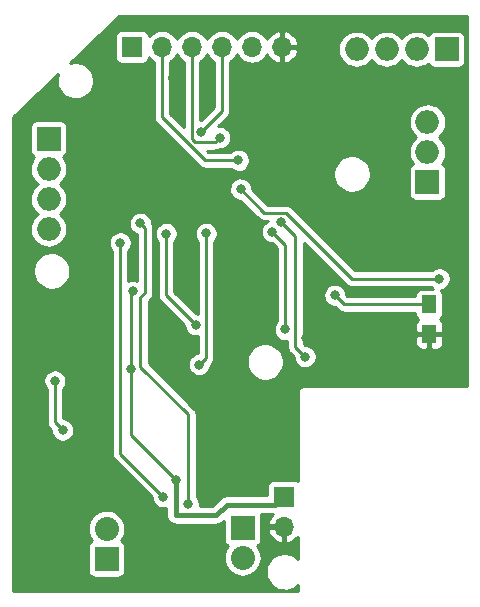
<source format=gbl>
G04 #@! TF.GenerationSoftware,KiCad,Pcbnew,no-vcs-found-44b118f~58~ubuntu16.04.1*
G04 #@! TF.CreationDate,2017-06-12T15:08:49+03:00*
G04 #@! TF.ProjectId,sd_wav_pcm5100,73645F7761765F70636D353130302E6B,rev?*
G04 #@! TF.FileFunction,Copper,L2,Bot,Signal*
G04 #@! TF.FilePolarity,Positive*
%FSLAX46Y46*%
G04 Gerber Fmt 4.6, Leading zero omitted, Abs format (unit mm)*
G04 Created by KiCad (PCBNEW no-vcs-found-44b118f~58~ubuntu16.04.1) date Mon Jun 12 15:08:49 2017*
%MOMM*%
%LPD*%
G01*
G04 APERTURE LIST*
%ADD10C,0.100000*%
%ADD11R,1.700000X1.700000*%
%ADD12O,1.700000X1.700000*%
%ADD13R,1.250000X1.500000*%
%ADD14O,1.998980X1.998980*%
%ADD15R,1.998980X1.998980*%
%ADD16R,2.032000X2.032000*%
%ADD17O,2.032000X2.032000*%
%ADD18C,0.400000*%
%ADD19C,0.800000*%
%ADD20C,0.250000*%
%ADD21C,0.450000*%
%ADD22C,0.254000*%
G04 APERTURE END LIST*
D10*
D11*
X69820000Y-71700000D03*
D12*
X72360000Y-71700000D03*
X74900000Y-71700000D03*
X77440000Y-71700000D03*
X79980000Y-71700000D03*
X82520000Y-71700000D03*
D13*
X95000000Y-96000000D03*
X95000000Y-93500000D03*
D14*
X62775000Y-84565000D03*
X62775000Y-82025000D03*
D15*
X62775000Y-79485000D03*
D14*
X62775000Y-87105000D03*
X94850000Y-80600000D03*
D15*
X94850000Y-83140000D03*
D14*
X94850000Y-78060000D03*
X88845000Y-71900000D03*
D15*
X96465000Y-71900000D03*
D14*
X93925000Y-71900000D03*
X91385000Y-71900000D03*
D16*
X79200000Y-112410000D03*
D17*
X79200000Y-114950000D03*
X67675000Y-112500000D03*
D16*
X67675000Y-115040000D03*
D12*
X82720000Y-112320000D03*
D11*
X82720000Y-109780000D03*
D18*
X84074999Y-70322999D03*
X85074999Y-70322999D03*
X86074999Y-70322999D03*
X87074999Y-70322999D03*
X88074999Y-70322999D03*
X89074999Y-70322999D03*
X90074999Y-70322999D03*
X91074999Y-70322999D03*
X92074999Y-70322999D03*
X93074999Y-70322999D03*
X94074999Y-70322999D03*
X95074999Y-70322999D03*
X98074999Y-70322999D03*
X68074999Y-71322999D03*
X85074999Y-71322999D03*
X86074999Y-71322999D03*
X87074999Y-71322999D03*
X67074999Y-72322999D03*
X68074999Y-72322999D03*
X85074999Y-72322999D03*
X86074999Y-72322999D03*
X87074999Y-72322999D03*
X67074999Y-73322999D03*
X74074999Y-73322999D03*
X83074999Y-73322999D03*
X85074999Y-73322999D03*
X86074999Y-73322999D03*
X87074999Y-73322999D03*
X70074999Y-74322999D03*
X73074999Y-74322999D03*
X74074999Y-74322999D03*
X76074999Y-74322999D03*
X80074999Y-74322999D03*
X81074999Y-74322999D03*
X85074999Y-74322999D03*
X86074999Y-74322999D03*
X87074999Y-74322999D03*
X93074999Y-74322999D03*
X97074999Y-74322999D03*
X98074999Y-74322999D03*
X85074999Y-75322999D03*
X86074999Y-75322999D03*
X92074999Y-75322999D03*
X96074999Y-75322999D03*
X97074999Y-75322999D03*
X98074999Y-75322999D03*
X63074999Y-76322999D03*
X64074999Y-76322999D03*
X85074999Y-76322999D03*
X91074999Y-76322999D03*
X95074999Y-76322999D03*
X96074999Y-76322999D03*
X97074999Y-76322999D03*
X98074999Y-76322999D03*
X62074999Y-77322999D03*
X63074999Y-77322999D03*
X64074999Y-77322999D03*
X65074999Y-77322999D03*
X80074999Y-77322999D03*
X83074999Y-77322999D03*
X90074999Y-77322999D03*
X97074999Y-77322999D03*
X98074999Y-77322999D03*
X65074999Y-78322999D03*
X69074999Y-78322999D03*
X70074999Y-78322999D03*
X89074999Y-78322999D03*
X93074999Y-78322999D03*
X97074999Y-78322999D03*
X98074999Y-78322999D03*
X65074999Y-79322999D03*
X70074999Y-79322999D03*
X92074999Y-79322999D03*
X97074999Y-79322999D03*
X98074999Y-79322999D03*
X65074999Y-80322999D03*
X66074999Y-80322999D03*
X70074999Y-80322999D03*
X71074999Y-80322999D03*
X97074999Y-80322999D03*
X98074999Y-80322999D03*
X66074999Y-81322999D03*
X70074999Y-81322999D03*
X71074999Y-81322999D03*
X72074999Y-81322999D03*
X90074999Y-81322999D03*
X91074999Y-81322999D03*
X92074999Y-81322999D03*
X93074999Y-81322999D03*
X97074999Y-81322999D03*
X98074999Y-81322999D03*
X70074999Y-82322999D03*
X71074999Y-82322999D03*
X72074999Y-82322999D03*
X73074999Y-82322999D03*
X91074999Y-82322999D03*
X92074999Y-82322999D03*
X93074999Y-82322999D03*
X97074999Y-82322999D03*
X98074999Y-82322999D03*
X70074999Y-83322999D03*
X71074999Y-83322999D03*
X72074999Y-83322999D03*
X73074999Y-83322999D03*
X74074999Y-83322999D03*
X75074999Y-83322999D03*
X77074999Y-83322999D03*
X82074999Y-83322999D03*
X86074999Y-83322999D03*
X91074999Y-83322999D03*
X92074999Y-83322999D03*
X97074999Y-83322999D03*
X98074999Y-83322999D03*
X70074999Y-84322999D03*
X71074999Y-84322999D03*
X72074999Y-84322999D03*
X73074999Y-84322999D03*
X74074999Y-84322999D03*
X75074999Y-84322999D03*
X77074999Y-84322999D03*
X97074999Y-84322999D03*
X98074999Y-84322999D03*
X78074999Y-85322999D03*
X79074999Y-85322999D03*
X89074999Y-85322999D03*
X90074999Y-85322999D03*
X91074999Y-85322999D03*
X92074999Y-85322999D03*
X93074999Y-85322999D03*
X94074999Y-85322999D03*
X95074999Y-85322999D03*
X65074999Y-86322999D03*
X74074999Y-86322999D03*
X79074999Y-86322999D03*
X89074999Y-86322999D03*
X90074999Y-86322999D03*
X91074999Y-86322999D03*
X92074999Y-86322999D03*
X93074999Y-86322999D03*
X94074999Y-86322999D03*
X95074999Y-86322999D03*
X65074999Y-87322999D03*
X74074999Y-87322999D03*
X87074999Y-87322999D03*
X88074999Y-87322999D03*
X89074999Y-87322999D03*
X90074999Y-87322999D03*
X91074999Y-87322999D03*
X92074999Y-87322999D03*
X93074999Y-87322999D03*
X94074999Y-87322999D03*
X95074999Y-87322999D03*
X65074999Y-88322999D03*
X88074999Y-88322999D03*
X89074999Y-88322999D03*
X90074999Y-88322999D03*
X91074999Y-88322999D03*
X92074999Y-88322999D03*
X93074999Y-88322999D03*
X94074999Y-88322999D03*
X95074999Y-88322999D03*
X96074999Y-88322999D03*
X97074999Y-88322999D03*
X98074999Y-88322999D03*
X64074999Y-89322999D03*
X65074999Y-89322999D03*
X67074999Y-89322999D03*
X80074999Y-89322999D03*
X81074999Y-89322999D03*
X89074999Y-89322999D03*
X90074999Y-89322999D03*
X91074999Y-89322999D03*
X92074999Y-89322999D03*
X93074999Y-89322999D03*
X94074999Y-89322999D03*
X95074999Y-89322999D03*
X96074999Y-89322999D03*
X97074999Y-89322999D03*
X98074999Y-89322999D03*
X65074999Y-90322999D03*
X67074999Y-90322999D03*
X68074999Y-90322999D03*
X86074999Y-90322999D03*
X90074999Y-90322999D03*
X91074999Y-90322999D03*
X92074999Y-90322999D03*
X93074999Y-90322999D03*
X94074999Y-90322999D03*
X81074999Y-91322999D03*
X87074999Y-91322999D03*
X65074999Y-92322999D03*
X80074999Y-92322999D03*
X74074999Y-98322999D03*
X86074999Y-98322999D03*
X87074999Y-98322999D03*
X88074999Y-98322999D03*
X89074999Y-98322999D03*
X90074999Y-98322999D03*
X91074999Y-98322999D03*
X92074999Y-98322999D03*
X93074999Y-98322999D03*
X94074999Y-98322999D03*
X89074999Y-99322999D03*
X90074999Y-99322999D03*
X91074999Y-99322999D03*
X92074999Y-99322999D03*
X93074999Y-99322999D03*
X94074999Y-99322999D03*
X83074999Y-100322999D03*
X89074999Y-100322999D03*
X90074999Y-100322999D03*
X91074999Y-100322999D03*
X92074999Y-100322999D03*
X93074999Y-100322999D03*
X94074999Y-100322999D03*
X95074999Y-100322999D03*
X96074999Y-100322999D03*
X97074999Y-100322999D03*
X98074999Y-100322999D03*
X67074999Y-102322999D03*
X68074999Y-102322999D03*
X77074999Y-102322999D03*
X67074999Y-103322999D03*
X68074999Y-103322999D03*
X77074999Y-103322999D03*
X66074999Y-105322999D03*
X67074999Y-105322999D03*
X68074999Y-105322999D03*
X77074999Y-105322999D03*
X78074999Y-105322999D03*
X79074999Y-105322999D03*
X80074999Y-105322999D03*
X65074999Y-106322999D03*
X66074999Y-106322999D03*
X67074999Y-106322999D03*
X82074999Y-107322999D03*
X83074999Y-107322999D03*
X66074999Y-108322999D03*
X67074999Y-108322999D03*
X82074999Y-108322999D03*
X83074999Y-108322999D03*
X65074999Y-109322999D03*
X66074999Y-109322999D03*
X67074999Y-109322999D03*
X61074999Y-112322999D03*
X62074999Y-112322999D03*
X66074999Y-112322999D03*
X61074999Y-113322999D03*
X65074999Y-113322999D03*
X66074999Y-113322999D03*
X72074999Y-113322999D03*
X73074999Y-113322999D03*
X74074999Y-113322999D03*
X65074999Y-114322999D03*
X66074999Y-114322999D03*
X82074999Y-114322999D03*
X83074999Y-114322999D03*
X65074999Y-115322999D03*
X66074999Y-115322999D03*
X72074999Y-115322999D03*
X65074999Y-116322999D03*
X66074999Y-116322999D03*
X70074999Y-116322999D03*
X71074999Y-116322999D03*
X72074999Y-116322999D03*
X73074999Y-116322999D03*
X65074999Y-117322999D03*
X66074999Y-117322999D03*
X67074999Y-117322999D03*
X68074999Y-117322999D03*
X69074999Y-117322999D03*
X70074999Y-117322999D03*
X71074999Y-117322999D03*
X72074999Y-117322999D03*
X75074999Y-117322999D03*
X76074999Y-117322999D03*
X77074999Y-117322999D03*
X78074999Y-117322999D03*
X79074999Y-117322999D03*
X80074999Y-117322999D03*
X81074999Y-117322999D03*
D19*
X84535911Y-96322143D03*
X87000000Y-92730000D03*
X73540000Y-108350000D03*
X69910000Y-92410000D03*
X69784437Y-98954991D03*
X63310000Y-99980000D03*
X63960000Y-104140000D03*
X75685010Y-78875712D03*
X77277578Y-79374172D03*
X78840000Y-81310000D03*
X95850000Y-91330000D03*
X79028015Y-83738015D03*
X84490000Y-97940000D03*
X82480000Y-86540000D03*
X82800000Y-95630000D03*
X81700000Y-87350000D03*
X75520418Y-98600010D03*
X76110000Y-87500000D03*
X72725010Y-87507283D03*
X75230000Y-95240000D03*
X72470000Y-109780000D03*
X68830000Y-88290000D03*
X74603840Y-110436643D03*
X70550000Y-86650000D03*
D20*
X95000000Y-96000000D02*
X84858054Y-96000000D01*
X84858054Y-96000000D02*
X84535911Y-96322143D01*
D21*
X73540000Y-108350000D02*
X73540000Y-111350000D01*
X73540000Y-111350000D02*
X76950000Y-111350000D01*
X81960000Y-110460000D02*
X82640000Y-109780000D01*
X82640000Y-109780000D02*
X82720000Y-109780000D01*
X76950000Y-111350000D02*
X77840000Y-110460000D01*
X77840000Y-110460000D02*
X81960000Y-110460000D01*
D20*
X87770000Y-93500000D02*
X87000000Y-92730000D01*
X95000000Y-93500000D02*
X87770000Y-93500000D01*
X69784437Y-104594437D02*
X69784437Y-98954991D01*
X73540000Y-108350000D02*
X69784437Y-104594437D01*
X69784437Y-98954991D02*
X69784437Y-92535563D01*
X69784437Y-92535563D02*
X69910000Y-92410000D01*
X63960000Y-104140000D02*
X63310000Y-103490000D01*
X63310000Y-103490000D02*
X63310000Y-99980000D01*
X77440000Y-77120722D02*
X75685010Y-78875712D01*
X77440000Y-71700000D02*
X77440000Y-77120722D01*
X74900000Y-71700000D02*
X74900000Y-79490000D01*
X75184171Y-79774171D02*
X76877579Y-79774171D01*
X76877579Y-79774171D02*
X77277578Y-79374172D01*
X74900000Y-79490000D02*
X75184171Y-79774171D01*
X76004315Y-81310000D02*
X78840000Y-81310000D01*
X72360000Y-77665685D02*
X76004315Y-81310000D01*
X72360000Y-71700000D02*
X72360000Y-77665685D01*
X79028015Y-83738015D02*
X81040000Y-85750000D01*
X81040000Y-85750000D02*
X82850000Y-85750000D01*
X82850000Y-85750000D02*
X88430000Y-91330000D01*
X88430000Y-91330000D02*
X95850000Y-91330000D01*
X82480000Y-86540000D02*
X83670000Y-87730000D01*
X83670000Y-87730000D02*
X83670000Y-97120000D01*
X83670000Y-97120000D02*
X84490000Y-97940000D01*
X82800000Y-88450000D02*
X82800000Y-95630000D01*
X81700000Y-87350000D02*
X82800000Y-88450000D01*
X76110000Y-98010428D02*
X75520418Y-98600010D01*
X76110000Y-87500000D02*
X76110000Y-98010428D01*
X72725010Y-92735010D02*
X72725010Y-87507283D01*
X75230000Y-95240000D02*
X72725010Y-92735010D01*
X72470000Y-109780000D02*
X68830000Y-106140000D01*
X68830000Y-106140000D02*
X68830000Y-88290000D01*
X70550000Y-98763551D02*
X74603840Y-102817391D01*
X70550000Y-92917004D02*
X70550000Y-98763551D01*
X70949999Y-92517005D02*
X70550000Y-92917004D01*
X74603840Y-102817391D02*
X74603840Y-110436643D01*
X70949999Y-87049999D02*
X70949999Y-92517005D01*
X70550000Y-86650000D02*
X70949999Y-87049999D01*
D22*
G36*
X98198000Y-100373000D02*
X84475000Y-100373000D01*
X84416279Y-100378758D01*
X84357512Y-100384106D01*
X84355404Y-100384726D01*
X84353215Y-100384941D01*
X84296710Y-100402001D01*
X84240122Y-100418656D01*
X84238174Y-100419675D01*
X84236069Y-100420310D01*
X84183918Y-100448039D01*
X84131678Y-100475349D01*
X84129968Y-100476724D01*
X84128023Y-100477758D01*
X84082216Y-100515118D01*
X84036311Y-100552026D01*
X84034900Y-100553708D01*
X84033194Y-100555099D01*
X83995525Y-100600632D01*
X83957654Y-100645766D01*
X83956597Y-100647689D01*
X83955193Y-100649386D01*
X83927126Y-100701296D01*
X83898702Y-100752998D01*
X83898036Y-100755097D01*
X83896992Y-100757028D01*
X83879559Y-100813343D01*
X83861701Y-100869639D01*
X83861456Y-100871825D01*
X83860806Y-100873924D01*
X83854638Y-100932609D01*
X83848061Y-100991246D01*
X83848032Y-100995465D01*
X83848015Y-100995623D01*
X83848029Y-100995781D01*
X83848000Y-101000000D01*
X83848000Y-108424341D01*
X83791876Y-108394343D01*
X83683112Y-108361350D01*
X83570000Y-108350209D01*
X81870000Y-108350209D01*
X81756888Y-108361350D01*
X81648124Y-108394343D01*
X81547885Y-108447921D01*
X81460026Y-108520026D01*
X81387921Y-108607885D01*
X81334343Y-108708124D01*
X81301350Y-108816888D01*
X81290209Y-108930000D01*
X81290209Y-109658000D01*
X77840000Y-109658000D01*
X77766266Y-109665230D01*
X77692471Y-109671686D01*
X77688422Y-109672862D01*
X77684224Y-109673274D01*
X77613331Y-109694678D01*
X77542162Y-109715354D01*
X77538415Y-109717296D01*
X77534382Y-109718514D01*
X77468961Y-109753299D01*
X77403200Y-109787387D01*
X77399908Y-109790015D01*
X77396180Y-109791997D01*
X77338729Y-109838853D01*
X77280874Y-109885037D01*
X77275004Y-109890825D01*
X77274883Y-109890924D01*
X77274790Y-109891036D01*
X77272900Y-109892900D01*
X76617800Y-110548000D01*
X75577989Y-110548000D01*
X75580882Y-110340843D01*
X75543666Y-110152893D01*
X75470653Y-109975750D01*
X75364624Y-109816163D01*
X75305840Y-109756967D01*
X75305840Y-102817391D01*
X75299514Y-102752874D01*
X75293861Y-102688257D01*
X75292831Y-102684713D01*
X75292471Y-102681038D01*
X75273729Y-102618963D01*
X75255637Y-102556691D01*
X75253937Y-102553412D01*
X75252871Y-102549880D01*
X75222439Y-102492646D01*
X75192587Y-102435054D01*
X75190284Y-102432169D01*
X75188551Y-102428910D01*
X75147587Y-102378683D01*
X75107112Y-102327981D01*
X75102044Y-102322843D01*
X75101959Y-102322738D01*
X75101862Y-102322658D01*
X75100229Y-102321002D01*
X71252000Y-98472773D01*
X71252000Y-93207782D01*
X71446388Y-93013394D01*
X71487556Y-92963276D01*
X71529229Y-92913612D01*
X71531006Y-92910380D01*
X71533351Y-92907525D01*
X71563998Y-92850367D01*
X71595232Y-92793552D01*
X71596349Y-92790031D01*
X71598092Y-92786780D01*
X71617048Y-92724781D01*
X71636659Y-92662959D01*
X71637070Y-92659293D01*
X71638150Y-92655761D01*
X71644704Y-92591234D01*
X71651931Y-92526806D01*
X71651981Y-92519593D01*
X71651995Y-92519456D01*
X71651983Y-92519328D01*
X71651999Y-92517005D01*
X71651999Y-87589432D01*
X71746726Y-87589432D01*
X71781313Y-87777884D01*
X71851846Y-87956028D01*
X71955637Y-88117081D01*
X72023010Y-88186848D01*
X72023010Y-92735010D01*
X72029336Y-92799527D01*
X72034989Y-92864144D01*
X72036019Y-92867688D01*
X72036379Y-92871363D01*
X72055121Y-92933438D01*
X72073213Y-92995710D01*
X72074913Y-92998989D01*
X72075979Y-93002521D01*
X72106411Y-93059755D01*
X72136263Y-93117347D01*
X72138566Y-93120232D01*
X72140299Y-93123491D01*
X72181268Y-93173724D01*
X72221739Y-93224421D01*
X72226806Y-93229558D01*
X72226891Y-93229663D01*
X72226988Y-93229743D01*
X72228621Y-93231399D01*
X74252648Y-95255426D01*
X74251716Y-95322149D01*
X74286303Y-95510601D01*
X74356836Y-95688745D01*
X74460627Y-95849798D01*
X74593723Y-95987623D01*
X74751055Y-96096971D01*
X74926630Y-96173678D01*
X75113760Y-96214821D01*
X75305317Y-96218834D01*
X75408000Y-96200728D01*
X75408000Y-97626795D01*
X75243236Y-97658226D01*
X75065588Y-97730000D01*
X74905264Y-97834913D01*
X74768371Y-97968968D01*
X74660124Y-98127059D01*
X74584645Y-98303165D01*
X74544809Y-98490578D01*
X74542134Y-98682159D01*
X74576721Y-98870611D01*
X74647254Y-99048755D01*
X74751045Y-99209808D01*
X74884141Y-99347633D01*
X75041473Y-99456981D01*
X75217048Y-99533688D01*
X75404178Y-99574831D01*
X75595735Y-99578844D01*
X75784424Y-99545573D01*
X75963057Y-99476286D01*
X76124829Y-99373621D01*
X76263580Y-99241491D01*
X76374025Y-99084926D01*
X76451955Y-98909891D01*
X76494404Y-98723053D01*
X76495880Y-98617326D01*
X76600608Y-98512598D01*
X79530928Y-98512598D01*
X79586756Y-98816783D01*
X79700604Y-99104331D01*
X79868136Y-99364289D01*
X80082970Y-99586756D01*
X80336923Y-99763259D01*
X80620322Y-99887073D01*
X80922374Y-99953483D01*
X81231571Y-99959960D01*
X81536138Y-99906256D01*
X81824474Y-99794418D01*
X82085596Y-99628705D01*
X82309557Y-99415430D01*
X82487828Y-99162715D01*
X82613617Y-98880187D01*
X82682135Y-98578607D01*
X82687067Y-98225367D01*
X82626997Y-97921992D01*
X82509145Y-97636061D01*
X82338000Y-97378467D01*
X82120081Y-97159022D01*
X81863688Y-96986082D01*
X81578588Y-96866237D01*
X81275639Y-96804051D01*
X80966381Y-96801892D01*
X80662593Y-96859842D01*
X80375847Y-96975695D01*
X80117065Y-97145038D01*
X79896103Y-97361419D01*
X79721378Y-97616599D01*
X79599545Y-97900856D01*
X79535246Y-98203363D01*
X79530928Y-98512598D01*
X76600608Y-98512598D01*
X76606389Y-98506817D01*
X76647539Y-98456721D01*
X76689230Y-98407035D01*
X76691008Y-98403800D01*
X76693352Y-98400947D01*
X76723988Y-98343811D01*
X76755233Y-98286975D01*
X76756350Y-98283454D01*
X76758093Y-98280203D01*
X76777045Y-98218216D01*
X76796660Y-98156382D01*
X76797071Y-98152714D01*
X76798151Y-98149183D01*
X76804705Y-98084662D01*
X76811932Y-98020229D01*
X76811982Y-98013016D01*
X76811996Y-98012879D01*
X76811984Y-98012751D01*
X76812000Y-98010428D01*
X76812000Y-88180679D01*
X76853162Y-88141481D01*
X76963607Y-87984916D01*
X77041537Y-87809881D01*
X77083986Y-87623043D01*
X77087042Y-87404200D01*
X77049826Y-87216250D01*
X76976813Y-87039107D01*
X76870784Y-86879520D01*
X76735776Y-86743566D01*
X76576933Y-86636425D01*
X76400305Y-86562177D01*
X76212618Y-86523651D01*
X76021024Y-86522313D01*
X75832818Y-86558216D01*
X75655170Y-86629990D01*
X75494846Y-86734903D01*
X75357953Y-86868958D01*
X75249706Y-87027049D01*
X75174227Y-87203155D01*
X75134391Y-87390568D01*
X75131716Y-87582149D01*
X75166303Y-87770601D01*
X75236836Y-87948745D01*
X75340627Y-88109798D01*
X75408000Y-88179565D01*
X75408000Y-94279124D01*
X75332618Y-94263651D01*
X75245823Y-94263045D01*
X73427010Y-92444232D01*
X73427010Y-88187962D01*
X73468172Y-88148764D01*
X73578617Y-87992199D01*
X73656547Y-87817164D01*
X73698996Y-87630326D01*
X73702052Y-87411483D01*
X73664836Y-87223533D01*
X73591823Y-87046390D01*
X73485794Y-86886803D01*
X73350786Y-86750849D01*
X73191943Y-86643708D01*
X73015315Y-86569460D01*
X72827628Y-86530934D01*
X72636034Y-86529596D01*
X72447828Y-86565499D01*
X72270180Y-86637273D01*
X72109856Y-86742186D01*
X71972963Y-86876241D01*
X71864716Y-87034332D01*
X71789237Y-87210438D01*
X71749401Y-87397851D01*
X71746726Y-87589432D01*
X71651999Y-87589432D01*
X71651999Y-87049999D01*
X71645673Y-86985482D01*
X71640020Y-86920865D01*
X71638990Y-86917321D01*
X71638630Y-86913646D01*
X71619888Y-86851571D01*
X71601796Y-86789299D01*
X71600096Y-86786020D01*
X71599030Y-86782488D01*
X71568598Y-86725254D01*
X71538746Y-86667662D01*
X71536443Y-86664777D01*
X71534710Y-86661518D01*
X71525698Y-86650468D01*
X71527042Y-86554200D01*
X71489826Y-86366250D01*
X71416813Y-86189107D01*
X71310784Y-86029520D01*
X71175776Y-85893566D01*
X71016933Y-85786425D01*
X70840305Y-85712177D01*
X70652618Y-85673651D01*
X70461024Y-85672313D01*
X70272818Y-85708216D01*
X70095170Y-85779990D01*
X69934846Y-85884903D01*
X69797953Y-86018958D01*
X69689706Y-86177049D01*
X69614227Y-86353155D01*
X69574391Y-86540568D01*
X69571716Y-86732149D01*
X69606303Y-86920601D01*
X69676836Y-87098745D01*
X69780627Y-87259798D01*
X69913723Y-87397623D01*
X70071055Y-87506971D01*
X70246630Y-87583678D01*
X70247999Y-87583979D01*
X70247999Y-91492226D01*
X70200305Y-91472177D01*
X70012618Y-91433651D01*
X69821024Y-91432313D01*
X69632818Y-91468216D01*
X69532000Y-91508949D01*
X69532000Y-88970679D01*
X69573162Y-88931481D01*
X69683607Y-88774916D01*
X69761537Y-88599881D01*
X69803986Y-88413043D01*
X69807042Y-88194200D01*
X69769826Y-88006250D01*
X69696813Y-87829107D01*
X69590784Y-87669520D01*
X69455776Y-87533566D01*
X69296933Y-87426425D01*
X69120305Y-87352177D01*
X68932618Y-87313651D01*
X68741024Y-87312313D01*
X68552818Y-87348216D01*
X68375170Y-87419990D01*
X68214846Y-87524903D01*
X68077953Y-87658958D01*
X67969706Y-87817049D01*
X67894227Y-87993155D01*
X67854391Y-88180568D01*
X67851716Y-88372149D01*
X67886303Y-88560601D01*
X67956836Y-88738745D01*
X68060627Y-88899798D01*
X68128000Y-88969565D01*
X68128000Y-106140000D01*
X68134326Y-106204517D01*
X68139979Y-106269134D01*
X68141009Y-106272678D01*
X68141369Y-106276353D01*
X68160111Y-106338428D01*
X68178203Y-106400700D01*
X68179903Y-106403979D01*
X68180969Y-106407511D01*
X68211401Y-106464745D01*
X68241253Y-106522337D01*
X68243556Y-106525222D01*
X68245289Y-106528481D01*
X68286258Y-106578714D01*
X68326729Y-106629411D01*
X68331796Y-106634548D01*
X68331881Y-106634653D01*
X68331978Y-106634733D01*
X68333611Y-106636389D01*
X71492648Y-109795426D01*
X71491716Y-109862149D01*
X71526303Y-110050601D01*
X71596836Y-110228745D01*
X71700627Y-110389798D01*
X71833723Y-110527623D01*
X71991055Y-110636971D01*
X72166630Y-110713678D01*
X72353760Y-110754821D01*
X72545317Y-110758834D01*
X72734006Y-110725563D01*
X72738000Y-110724014D01*
X72738000Y-111350000D01*
X72745371Y-111425171D01*
X72752206Y-111500280D01*
X72752999Y-111502976D01*
X72753274Y-111505776D01*
X72775106Y-111578086D01*
X72796399Y-111650434D01*
X72797701Y-111652924D01*
X72798514Y-111655618D01*
X72833962Y-111722287D01*
X72868915Y-111789146D01*
X72870677Y-111791338D01*
X72871997Y-111793820D01*
X72919719Y-111852333D01*
X72966993Y-111911130D01*
X72969145Y-111912936D01*
X72970924Y-111915117D01*
X73029096Y-111963241D01*
X73086896Y-112011741D01*
X73089361Y-112013096D01*
X73091527Y-112014888D01*
X73157896Y-112050774D01*
X73224059Y-112087147D01*
X73226740Y-112087998D01*
X73229212Y-112089334D01*
X73301283Y-112111644D01*
X73373255Y-112134474D01*
X73376050Y-112134788D01*
X73378736Y-112135619D01*
X73453748Y-112143503D01*
X73528802Y-112151922D01*
X73534207Y-112151960D01*
X73534401Y-112151980D01*
X73534595Y-112151962D01*
X73540000Y-112152000D01*
X76950000Y-112152000D01*
X77023734Y-112144770D01*
X77097529Y-112138314D01*
X77101578Y-112137138D01*
X77105776Y-112136726D01*
X77176669Y-112115322D01*
X77247838Y-112094646D01*
X77251585Y-112092704D01*
X77255618Y-112091486D01*
X77321039Y-112056701D01*
X77386800Y-112022613D01*
X77390092Y-112019985D01*
X77393820Y-112018003D01*
X77451271Y-111971147D01*
X77509126Y-111924963D01*
X77514996Y-111919175D01*
X77515117Y-111919076D01*
X77515210Y-111918964D01*
X77517100Y-111917100D01*
X77604209Y-111829991D01*
X77604209Y-113426000D01*
X77615350Y-113539112D01*
X77648343Y-113647876D01*
X77701921Y-113748115D01*
X77774026Y-113835974D01*
X77861885Y-113908079D01*
X77955336Y-113958029D01*
X77871635Y-114059206D01*
X77723764Y-114332688D01*
X77631829Y-114629683D01*
X77599331Y-114938879D01*
X77627508Y-115248498D01*
X77715288Y-115546748D01*
X77859326Y-115822268D01*
X78054137Y-116064564D01*
X78292300Y-116264406D01*
X78564743Y-116414183D01*
X78861089Y-116508189D01*
X79170050Y-116542845D01*
X79192292Y-116543000D01*
X79207708Y-116543000D01*
X79517123Y-116512662D01*
X79814753Y-116422802D01*
X80089261Y-116276844D01*
X80330190Y-116080346D01*
X80528365Y-115840794D01*
X80676236Y-115567312D01*
X80768171Y-115270317D01*
X80800669Y-114961121D01*
X80772492Y-114651502D01*
X80684712Y-114353252D01*
X80540674Y-114077732D01*
X80444500Y-113958116D01*
X80538115Y-113908079D01*
X80625974Y-113835974D01*
X80698079Y-113748115D01*
X80751657Y-113647876D01*
X80784650Y-113539112D01*
X80795791Y-113426000D01*
X80795791Y-112639498D01*
X81329227Y-112639498D01*
X81386107Y-112827020D01*
X81510652Y-113077507D01*
X81681672Y-113298884D01*
X81892594Y-113482643D01*
X82135313Y-113621722D01*
X82400501Y-113710777D01*
X82622000Y-113599385D01*
X82622000Y-112418000D01*
X81440999Y-112418000D01*
X81329227Y-112639498D01*
X80795791Y-112639498D01*
X80795791Y-111394000D01*
X80784650Y-111280888D01*
X80778920Y-111262000D01*
X81772483Y-111262000D01*
X81681672Y-111341116D01*
X81510652Y-111562493D01*
X81386107Y-111812980D01*
X81329227Y-112000502D01*
X81440999Y-112222000D01*
X82622000Y-112222000D01*
X82622000Y-112202000D01*
X82818000Y-112202000D01*
X82818000Y-112222000D01*
X82838000Y-112222000D01*
X82838000Y-112418000D01*
X82818000Y-112418000D01*
X82818000Y-113599385D01*
X83039499Y-113710777D01*
X83304687Y-113621722D01*
X83547406Y-113482643D01*
X83758328Y-113298884D01*
X83848000Y-113182808D01*
X83848000Y-115047767D01*
X83730081Y-114929022D01*
X83473688Y-114756082D01*
X83188588Y-114636237D01*
X82885639Y-114574051D01*
X82576381Y-114571892D01*
X82272593Y-114629842D01*
X81985847Y-114745695D01*
X81727065Y-114915038D01*
X81506103Y-115131419D01*
X81331378Y-115386599D01*
X81209545Y-115670856D01*
X81145246Y-115973363D01*
X81140928Y-116282598D01*
X81196756Y-116586783D01*
X81310604Y-116874331D01*
X81478136Y-117134289D01*
X81692970Y-117356756D01*
X81946923Y-117533259D01*
X82230322Y-117657073D01*
X82532374Y-117723483D01*
X82841571Y-117729960D01*
X83146138Y-117676256D01*
X83434474Y-117564418D01*
X83695596Y-117398705D01*
X83848000Y-117253573D01*
X83848000Y-117773000D01*
X59752000Y-117773000D01*
X59752000Y-112488879D01*
X66074331Y-112488879D01*
X66102508Y-112798498D01*
X66190288Y-113096748D01*
X66334326Y-113372268D01*
X66430500Y-113491884D01*
X66336885Y-113541921D01*
X66249026Y-113614026D01*
X66176921Y-113701885D01*
X66123343Y-113802124D01*
X66090350Y-113910888D01*
X66079209Y-114024000D01*
X66079209Y-116056000D01*
X66090350Y-116169112D01*
X66123343Y-116277876D01*
X66176921Y-116378115D01*
X66249026Y-116465974D01*
X66336885Y-116538079D01*
X66437124Y-116591657D01*
X66545888Y-116624650D01*
X66659000Y-116635791D01*
X68691000Y-116635791D01*
X68804112Y-116624650D01*
X68912876Y-116591657D01*
X69013115Y-116538079D01*
X69100974Y-116465974D01*
X69173079Y-116378115D01*
X69226657Y-116277876D01*
X69259650Y-116169112D01*
X69270791Y-116056000D01*
X69270791Y-114024000D01*
X69259650Y-113910888D01*
X69226657Y-113802124D01*
X69173079Y-113701885D01*
X69100974Y-113614026D01*
X69013115Y-113541921D01*
X68919664Y-113491971D01*
X69003365Y-113390794D01*
X69151236Y-113117312D01*
X69243171Y-112820317D01*
X69275669Y-112511121D01*
X69247492Y-112201502D01*
X69159712Y-111903252D01*
X69015674Y-111627732D01*
X68820863Y-111385436D01*
X68582700Y-111185594D01*
X68310257Y-111035817D01*
X68013911Y-110941811D01*
X67704950Y-110907155D01*
X67682708Y-110907000D01*
X67667292Y-110907000D01*
X67357877Y-110937338D01*
X67060247Y-111027198D01*
X66785739Y-111173156D01*
X66544810Y-111369654D01*
X66346635Y-111609206D01*
X66198764Y-111882688D01*
X66106829Y-112179683D01*
X66074331Y-112488879D01*
X59752000Y-112488879D01*
X59752000Y-100062149D01*
X62331716Y-100062149D01*
X62366303Y-100250601D01*
X62436836Y-100428745D01*
X62540627Y-100589798D01*
X62608000Y-100659565D01*
X62608000Y-103490000D01*
X62614326Y-103554517D01*
X62619979Y-103619134D01*
X62621009Y-103622678D01*
X62621369Y-103626353D01*
X62640111Y-103688428D01*
X62658203Y-103750700D01*
X62659903Y-103753979D01*
X62660969Y-103757511D01*
X62691401Y-103814745D01*
X62721253Y-103872337D01*
X62723556Y-103875222D01*
X62725289Y-103878481D01*
X62766258Y-103928714D01*
X62806729Y-103979411D01*
X62811796Y-103984548D01*
X62811881Y-103984653D01*
X62811978Y-103984733D01*
X62813611Y-103986389D01*
X62982648Y-104155426D01*
X62981716Y-104222149D01*
X63016303Y-104410601D01*
X63086836Y-104588745D01*
X63190627Y-104749798D01*
X63323723Y-104887623D01*
X63481055Y-104996971D01*
X63656630Y-105073678D01*
X63843760Y-105114821D01*
X64035317Y-105118834D01*
X64224006Y-105085563D01*
X64402639Y-105016276D01*
X64564411Y-104913611D01*
X64703162Y-104781481D01*
X64813607Y-104624916D01*
X64891537Y-104449881D01*
X64933986Y-104263043D01*
X64937042Y-104044200D01*
X64899826Y-103856250D01*
X64826813Y-103679107D01*
X64720784Y-103519520D01*
X64585776Y-103383566D01*
X64426933Y-103276425D01*
X64250305Y-103202177D01*
X64062618Y-103163651D01*
X64012000Y-103163298D01*
X64012000Y-100660679D01*
X64053162Y-100621481D01*
X64163607Y-100464916D01*
X64241537Y-100289881D01*
X64283986Y-100103043D01*
X64287042Y-99884200D01*
X64249826Y-99696250D01*
X64176813Y-99519107D01*
X64070784Y-99359520D01*
X63935776Y-99223566D01*
X63776933Y-99116425D01*
X63600305Y-99042177D01*
X63412618Y-99003651D01*
X63221024Y-99002313D01*
X63032818Y-99038216D01*
X62855170Y-99109990D01*
X62694846Y-99214903D01*
X62557953Y-99348958D01*
X62449706Y-99507049D01*
X62374227Y-99683155D01*
X62334391Y-99870568D01*
X62331716Y-100062149D01*
X59752000Y-100062149D01*
X59752000Y-90812598D01*
X61460928Y-90812598D01*
X61516756Y-91116783D01*
X61630604Y-91404331D01*
X61798136Y-91664289D01*
X62012970Y-91886756D01*
X62266923Y-92063259D01*
X62550322Y-92187073D01*
X62852374Y-92253483D01*
X63161571Y-92259960D01*
X63466138Y-92206256D01*
X63754474Y-92094418D01*
X64015596Y-91928705D01*
X64239557Y-91715430D01*
X64417828Y-91462715D01*
X64543617Y-91180187D01*
X64612135Y-90878607D01*
X64617067Y-90525367D01*
X64556997Y-90221992D01*
X64439145Y-89936061D01*
X64268000Y-89678467D01*
X64050081Y-89459022D01*
X63793688Y-89286082D01*
X63508588Y-89166237D01*
X63205639Y-89104051D01*
X62896381Y-89101892D01*
X62592593Y-89159842D01*
X62305847Y-89275695D01*
X62047065Y-89445038D01*
X61826103Y-89661419D01*
X61651378Y-89916599D01*
X61529545Y-90200856D01*
X61465246Y-90503363D01*
X61460928Y-90812598D01*
X59752000Y-90812598D01*
X59752000Y-78485510D01*
X61195719Y-78485510D01*
X61195719Y-80484490D01*
X61206860Y-80597602D01*
X61239853Y-80706366D01*
X61293431Y-80806605D01*
X61365536Y-80894464D01*
X61453395Y-80966569D01*
X61553634Y-81020147D01*
X61561603Y-81022564D01*
X61474217Y-81126707D01*
X61325992Y-81396327D01*
X61232960Y-81689601D01*
X61198664Y-81995361D01*
X61198510Y-82017372D01*
X61198510Y-82032628D01*
X61228534Y-82338837D01*
X61317462Y-82633382D01*
X61461908Y-82905044D01*
X61656369Y-83143477D01*
X61840330Y-83295662D01*
X61671988Y-83431013D01*
X61474217Y-83666707D01*
X61325992Y-83936327D01*
X61232960Y-84229601D01*
X61198664Y-84535361D01*
X61198510Y-84557372D01*
X61198510Y-84572628D01*
X61228534Y-84878837D01*
X61317462Y-85173382D01*
X61461908Y-85445044D01*
X61656369Y-85683477D01*
X61840330Y-85835662D01*
X61671988Y-85971013D01*
X61474217Y-86206707D01*
X61325992Y-86476327D01*
X61232960Y-86769601D01*
X61198664Y-87075361D01*
X61198510Y-87097372D01*
X61198510Y-87112628D01*
X61228534Y-87418837D01*
X61317462Y-87713382D01*
X61461908Y-87985044D01*
X61656369Y-88223477D01*
X61893438Y-88419597D01*
X62164086Y-88565936D01*
X62458003Y-88656919D01*
X62763994Y-88689080D01*
X63070405Y-88661194D01*
X63365564Y-88574324D01*
X63638228Y-88431779D01*
X63878012Y-88238987D01*
X64075783Y-88003293D01*
X64224008Y-87733673D01*
X64317040Y-87440399D01*
X64351336Y-87134639D01*
X64351490Y-87112628D01*
X64351490Y-87097372D01*
X64321466Y-86791163D01*
X64232538Y-86496618D01*
X64088092Y-86224956D01*
X63893631Y-85986523D01*
X63709670Y-85834338D01*
X63878012Y-85698987D01*
X64075783Y-85463293D01*
X64224008Y-85193673D01*
X64317040Y-84900399D01*
X64351336Y-84594639D01*
X64351490Y-84572628D01*
X64351490Y-84557372D01*
X64321466Y-84251163D01*
X64232538Y-83956618D01*
X64159984Y-83820164D01*
X78049731Y-83820164D01*
X78084318Y-84008616D01*
X78154851Y-84186760D01*
X78258642Y-84347813D01*
X78391738Y-84485638D01*
X78549070Y-84594986D01*
X78724645Y-84671693D01*
X78911775Y-84712836D01*
X79012161Y-84714939D01*
X80543611Y-86246389D01*
X80593702Y-86287535D01*
X80643393Y-86329230D01*
X80646628Y-86331009D01*
X80649480Y-86333351D01*
X80706618Y-86363988D01*
X80763453Y-86395233D01*
X80766972Y-86396349D01*
X80770224Y-86398093D01*
X80832197Y-86417040D01*
X80894046Y-86436660D01*
X80897717Y-86437072D01*
X80901244Y-86438150D01*
X80965677Y-86444695D01*
X81030199Y-86451932D01*
X81037422Y-86451982D01*
X81037549Y-86451995D01*
X81037667Y-86451984D01*
X81040000Y-86452000D01*
X81314448Y-86452000D01*
X81245170Y-86479990D01*
X81084846Y-86584903D01*
X80947953Y-86718958D01*
X80839706Y-86877049D01*
X80764227Y-87053155D01*
X80724391Y-87240568D01*
X80721716Y-87432149D01*
X80756303Y-87620601D01*
X80826836Y-87798745D01*
X80930627Y-87959798D01*
X81063723Y-88097623D01*
X81221055Y-88206971D01*
X81396630Y-88283678D01*
X81583760Y-88324821D01*
X81684146Y-88326924D01*
X82098000Y-88740778D01*
X82098000Y-94949949D01*
X82047953Y-94998958D01*
X81939706Y-95157049D01*
X81864227Y-95333155D01*
X81824391Y-95520568D01*
X81821716Y-95712149D01*
X81856303Y-95900601D01*
X81926836Y-96078745D01*
X82030627Y-96239798D01*
X82163723Y-96377623D01*
X82321055Y-96486971D01*
X82496630Y-96563678D01*
X82683760Y-96604821D01*
X82875317Y-96608834D01*
X82968000Y-96592491D01*
X82968000Y-97120000D01*
X82974326Y-97184517D01*
X82979979Y-97249134D01*
X82981009Y-97252678D01*
X82981369Y-97256353D01*
X83000111Y-97318428D01*
X83018203Y-97380700D01*
X83019903Y-97383979D01*
X83020969Y-97387511D01*
X83051401Y-97444745D01*
X83081253Y-97502337D01*
X83083556Y-97505222D01*
X83085289Y-97508481D01*
X83126258Y-97558714D01*
X83166729Y-97609411D01*
X83171796Y-97614548D01*
X83171881Y-97614653D01*
X83171978Y-97614733D01*
X83173611Y-97616389D01*
X83512648Y-97955426D01*
X83511716Y-98022149D01*
X83546303Y-98210601D01*
X83616836Y-98388745D01*
X83720627Y-98549798D01*
X83853723Y-98687623D01*
X84011055Y-98796971D01*
X84186630Y-98873678D01*
X84373760Y-98914821D01*
X84565317Y-98918834D01*
X84754006Y-98885563D01*
X84932639Y-98816276D01*
X85094411Y-98713611D01*
X85233162Y-98581481D01*
X85343607Y-98424916D01*
X85421537Y-98249881D01*
X85463986Y-98063043D01*
X85467042Y-97844200D01*
X85429826Y-97656250D01*
X85356813Y-97479107D01*
X85250784Y-97319520D01*
X85115776Y-97183566D01*
X84956933Y-97076425D01*
X84780305Y-97002177D01*
X84592618Y-96963651D01*
X84505823Y-96963045D01*
X84372000Y-96829222D01*
X84372000Y-96242250D01*
X93798000Y-96242250D01*
X93798000Y-96806830D01*
X93820174Y-96918305D01*
X93863669Y-97023312D01*
X93926815Y-97117816D01*
X94007184Y-97198185D01*
X94101688Y-97261331D01*
X94206696Y-97304826D01*
X94318171Y-97327000D01*
X94757750Y-97327000D01*
X94902000Y-97182750D01*
X94902000Y-96098000D01*
X95098000Y-96098000D01*
X95098000Y-97182750D01*
X95242250Y-97327000D01*
X95681829Y-97327000D01*
X95793304Y-97304826D01*
X95898312Y-97261331D01*
X95992816Y-97198185D01*
X96073185Y-97117816D01*
X96136331Y-97023312D01*
X96179826Y-96918305D01*
X96202000Y-96806830D01*
X96202000Y-96242250D01*
X96057750Y-96098000D01*
X95098000Y-96098000D01*
X94902000Y-96098000D01*
X93942250Y-96098000D01*
X93798000Y-96242250D01*
X84372000Y-96242250D01*
X84372000Y-88264778D01*
X87933611Y-91826389D01*
X87983707Y-91867539D01*
X88033393Y-91909230D01*
X88036628Y-91911008D01*
X88039481Y-91913352D01*
X88096617Y-91943988D01*
X88153453Y-91975233D01*
X88156974Y-91976350D01*
X88160225Y-91978093D01*
X88222212Y-91997045D01*
X88284046Y-92016660D01*
X88287714Y-92017071D01*
X88291245Y-92018151D01*
X88355766Y-92024705D01*
X88420199Y-92031932D01*
X88427412Y-92031982D01*
X88427549Y-92031996D01*
X88427677Y-92031984D01*
X88430000Y-92032000D01*
X95169665Y-92032000D01*
X95213723Y-92077623D01*
X95346938Y-92170209D01*
X94375000Y-92170209D01*
X94261888Y-92181350D01*
X94153124Y-92214343D01*
X94052885Y-92267921D01*
X93965026Y-92340026D01*
X93892921Y-92427885D01*
X93839343Y-92528124D01*
X93806350Y-92636888D01*
X93795209Y-92750000D01*
X93795209Y-92798000D01*
X88060778Y-92798000D01*
X87975939Y-92713161D01*
X87977042Y-92634200D01*
X87939826Y-92446250D01*
X87866813Y-92269107D01*
X87760784Y-92109520D01*
X87625776Y-91973566D01*
X87466933Y-91866425D01*
X87290305Y-91792177D01*
X87102618Y-91753651D01*
X86911024Y-91752313D01*
X86722818Y-91788216D01*
X86545170Y-91859990D01*
X86384846Y-91964903D01*
X86247953Y-92098958D01*
X86139706Y-92257049D01*
X86064227Y-92433155D01*
X86024391Y-92620568D01*
X86021716Y-92812149D01*
X86056303Y-93000601D01*
X86126836Y-93178745D01*
X86230627Y-93339798D01*
X86363723Y-93477623D01*
X86521055Y-93586971D01*
X86696630Y-93663678D01*
X86883760Y-93704821D01*
X86984146Y-93706924D01*
X87273611Y-93996389D01*
X87323702Y-94037535D01*
X87373393Y-94079230D01*
X87376628Y-94081009D01*
X87379480Y-94083351D01*
X87436618Y-94113988D01*
X87493453Y-94145233D01*
X87496972Y-94146349D01*
X87500224Y-94148093D01*
X87562197Y-94167040D01*
X87624046Y-94186660D01*
X87627717Y-94187072D01*
X87631244Y-94188150D01*
X87695721Y-94194700D01*
X87760199Y-94201932D01*
X87767412Y-94201982D01*
X87767549Y-94201996D01*
X87767677Y-94201984D01*
X87770000Y-94202000D01*
X93795209Y-94202000D01*
X93795209Y-94250000D01*
X93806350Y-94363112D01*
X93839343Y-94471876D01*
X93892921Y-94572115D01*
X93965026Y-94659974D01*
X94052885Y-94732079D01*
X94085478Y-94749500D01*
X94007184Y-94801815D01*
X93926815Y-94882184D01*
X93863669Y-94976688D01*
X93820174Y-95081695D01*
X93798000Y-95193170D01*
X93798000Y-95757750D01*
X93942250Y-95902000D01*
X94902000Y-95902000D01*
X94902000Y-95882000D01*
X95098000Y-95882000D01*
X95098000Y-95902000D01*
X96057750Y-95902000D01*
X96202000Y-95757750D01*
X96202000Y-95193170D01*
X96179826Y-95081695D01*
X96136331Y-94976688D01*
X96073185Y-94882184D01*
X95992816Y-94801815D01*
X95914522Y-94749500D01*
X95947115Y-94732079D01*
X96034974Y-94659974D01*
X96107079Y-94572115D01*
X96160657Y-94471876D01*
X96193650Y-94363112D01*
X96204791Y-94250000D01*
X96204791Y-92750000D01*
X96193650Y-92636888D01*
X96160657Y-92528124D01*
X96107079Y-92427885D01*
X96034974Y-92340026D01*
X95984295Y-92298435D01*
X96114006Y-92275563D01*
X96292639Y-92206276D01*
X96454411Y-92103611D01*
X96593162Y-91971481D01*
X96703607Y-91814916D01*
X96781537Y-91639881D01*
X96823986Y-91453043D01*
X96827042Y-91234200D01*
X96789826Y-91046250D01*
X96716813Y-90869107D01*
X96610784Y-90709520D01*
X96475776Y-90573566D01*
X96316933Y-90466425D01*
X96140305Y-90392177D01*
X95952618Y-90353651D01*
X95761024Y-90352313D01*
X95572818Y-90388216D01*
X95395170Y-90459990D01*
X95234846Y-90564903D01*
X95170413Y-90628000D01*
X88720778Y-90628000D01*
X83346389Y-85253611D01*
X83296271Y-85212443D01*
X83246607Y-85170770D01*
X83243375Y-85168993D01*
X83240520Y-85166648D01*
X83183362Y-85136001D01*
X83126547Y-85104767D01*
X83123026Y-85103650D01*
X83119775Y-85101907D01*
X83057776Y-85082951D01*
X82995954Y-85063340D01*
X82992288Y-85062929D01*
X82988756Y-85061849D01*
X82924229Y-85055295D01*
X82859801Y-85048068D01*
X82852588Y-85048018D01*
X82852451Y-85048004D01*
X82852323Y-85048016D01*
X82850000Y-85048000D01*
X81330778Y-85048000D01*
X80003954Y-83721176D01*
X80005057Y-83642215D01*
X79967841Y-83454265D01*
X79894828Y-83277122D01*
X79788799Y-83117535D01*
X79653791Y-82981581D01*
X79494948Y-82874440D01*
X79318320Y-82800192D01*
X79130633Y-82761666D01*
X78939039Y-82760328D01*
X78750833Y-82796231D01*
X78573185Y-82868005D01*
X78412861Y-82972918D01*
X78275968Y-83106973D01*
X78167721Y-83265064D01*
X78092242Y-83441170D01*
X78052406Y-83628583D01*
X78049731Y-83820164D01*
X64159984Y-83820164D01*
X64088092Y-83684956D01*
X63893631Y-83446523D01*
X63709670Y-83294338D01*
X63878012Y-83158987D01*
X64075783Y-82923293D01*
X64224008Y-82653673D01*
X64240209Y-82602598D01*
X86880928Y-82602598D01*
X86936756Y-82906783D01*
X87050604Y-83194331D01*
X87218136Y-83454289D01*
X87432970Y-83676756D01*
X87686923Y-83853259D01*
X87970322Y-83977073D01*
X88272374Y-84043483D01*
X88581571Y-84049960D01*
X88886138Y-83996256D01*
X89174474Y-83884418D01*
X89435596Y-83718705D01*
X89659557Y-83505430D01*
X89837828Y-83252715D01*
X89963617Y-82970187D01*
X90032135Y-82668607D01*
X90037067Y-82315367D01*
X90002445Y-82140510D01*
X93270719Y-82140510D01*
X93270719Y-84139490D01*
X93281860Y-84252602D01*
X93314853Y-84361366D01*
X93368431Y-84461605D01*
X93440536Y-84549464D01*
X93528395Y-84621569D01*
X93628634Y-84675147D01*
X93737398Y-84708140D01*
X93850510Y-84719281D01*
X95849490Y-84719281D01*
X95962602Y-84708140D01*
X96071366Y-84675147D01*
X96171605Y-84621569D01*
X96259464Y-84549464D01*
X96331569Y-84461605D01*
X96385147Y-84361366D01*
X96418140Y-84252602D01*
X96429281Y-84139490D01*
X96429281Y-82140510D01*
X96418140Y-82027398D01*
X96385147Y-81918634D01*
X96331569Y-81818395D01*
X96259464Y-81730536D01*
X96171605Y-81658431D01*
X96071366Y-81604853D01*
X96063397Y-81602436D01*
X96150783Y-81498293D01*
X96299008Y-81228673D01*
X96392040Y-80935399D01*
X96426336Y-80629639D01*
X96426490Y-80607628D01*
X96426490Y-80592372D01*
X96396466Y-80286163D01*
X96307538Y-79991618D01*
X96163092Y-79719956D01*
X95968631Y-79481523D01*
X95784670Y-79329338D01*
X95953012Y-79193987D01*
X96150783Y-78958293D01*
X96299008Y-78688673D01*
X96392040Y-78395399D01*
X96426336Y-78089639D01*
X96426490Y-78067628D01*
X96426490Y-78052372D01*
X96396466Y-77746163D01*
X96307538Y-77451618D01*
X96163092Y-77179956D01*
X95968631Y-76941523D01*
X95731562Y-76745403D01*
X95460914Y-76599064D01*
X95166997Y-76508081D01*
X94861006Y-76475920D01*
X94554595Y-76503806D01*
X94259436Y-76590676D01*
X93986772Y-76733221D01*
X93746988Y-76926013D01*
X93549217Y-77161707D01*
X93400992Y-77431327D01*
X93307960Y-77724601D01*
X93273664Y-78030361D01*
X93273510Y-78052372D01*
X93273510Y-78067628D01*
X93303534Y-78373837D01*
X93392462Y-78668382D01*
X93536908Y-78940044D01*
X93731369Y-79178477D01*
X93915330Y-79330662D01*
X93746988Y-79466013D01*
X93549217Y-79701707D01*
X93400992Y-79971327D01*
X93307960Y-80264601D01*
X93273664Y-80570361D01*
X93273510Y-80592372D01*
X93273510Y-80607628D01*
X93303534Y-80913837D01*
X93392462Y-81208382D01*
X93536908Y-81480044D01*
X93636703Y-81602405D01*
X93628634Y-81604853D01*
X93528395Y-81658431D01*
X93440536Y-81730536D01*
X93368431Y-81818395D01*
X93314853Y-81918634D01*
X93281860Y-82027398D01*
X93270719Y-82140510D01*
X90002445Y-82140510D01*
X89976997Y-82011992D01*
X89859145Y-81726061D01*
X89688000Y-81468467D01*
X89470081Y-81249022D01*
X89213688Y-81076082D01*
X88928588Y-80956237D01*
X88625639Y-80894051D01*
X88316381Y-80891892D01*
X88012593Y-80949842D01*
X87725847Y-81065695D01*
X87467065Y-81235038D01*
X87246103Y-81451419D01*
X87071378Y-81706599D01*
X86949545Y-81990856D01*
X86885246Y-82293363D01*
X86880928Y-82602598D01*
X64240209Y-82602598D01*
X64317040Y-82360399D01*
X64351336Y-82054639D01*
X64351490Y-82032628D01*
X64351490Y-82017372D01*
X64321466Y-81711163D01*
X64232538Y-81416618D01*
X64088092Y-81144956D01*
X63988297Y-81022595D01*
X63996366Y-81020147D01*
X64096605Y-80966569D01*
X64184464Y-80894464D01*
X64256569Y-80806605D01*
X64310147Y-80706366D01*
X64343140Y-80597602D01*
X64354281Y-80484490D01*
X64354281Y-78485510D01*
X64343140Y-78372398D01*
X64310147Y-78263634D01*
X64256569Y-78163395D01*
X64184464Y-78075536D01*
X64096605Y-78003431D01*
X63996366Y-77949853D01*
X63887602Y-77916860D01*
X63774490Y-77905719D01*
X61775510Y-77905719D01*
X61662398Y-77916860D01*
X61553634Y-77949853D01*
X61453395Y-78003431D01*
X61365536Y-78075536D01*
X61293431Y-78163395D01*
X61239853Y-78263634D01*
X61206860Y-78372398D01*
X61195719Y-78485510D01*
X59752000Y-78485510D01*
X59752000Y-77643270D01*
X63554124Y-74013509D01*
X63529545Y-74070856D01*
X63465246Y-74373363D01*
X63460928Y-74682598D01*
X63516756Y-74986783D01*
X63630604Y-75274331D01*
X63798136Y-75534289D01*
X64012970Y-75756756D01*
X64266923Y-75933259D01*
X64550322Y-76057073D01*
X64852374Y-76123483D01*
X65161571Y-76129960D01*
X65466138Y-76076256D01*
X65754474Y-75964418D01*
X66015596Y-75798705D01*
X66239557Y-75585430D01*
X66417828Y-75332715D01*
X66543617Y-75050187D01*
X66612135Y-74748607D01*
X66617067Y-74395367D01*
X66556997Y-74091992D01*
X66439145Y-73806061D01*
X66268000Y-73548467D01*
X66050081Y-73329022D01*
X65793688Y-73156082D01*
X65508588Y-73036237D01*
X65205639Y-72974051D01*
X64896381Y-72971892D01*
X64592593Y-73029842D01*
X64578565Y-73035510D01*
X66867856Y-70850000D01*
X68390209Y-70850000D01*
X68390209Y-72550000D01*
X68401350Y-72663112D01*
X68434343Y-72771876D01*
X68487921Y-72872115D01*
X68560026Y-72959974D01*
X68647885Y-73032079D01*
X68748124Y-73085657D01*
X68856888Y-73118650D01*
X68970000Y-73129791D01*
X70670000Y-73129791D01*
X70783112Y-73118650D01*
X70891876Y-73085657D01*
X70992115Y-73032079D01*
X71079974Y-72959974D01*
X71152079Y-72872115D01*
X71205657Y-72771876D01*
X71238650Y-72663112D01*
X71246040Y-72588086D01*
X71347443Y-72712418D01*
X71562032Y-72889942D01*
X71658000Y-72941832D01*
X71658000Y-77665685D01*
X71664326Y-77730202D01*
X71669979Y-77794819D01*
X71671009Y-77798363D01*
X71671369Y-77802038D01*
X71690111Y-77864113D01*
X71708203Y-77926385D01*
X71709903Y-77929664D01*
X71710969Y-77933196D01*
X71741401Y-77990430D01*
X71771253Y-78048022D01*
X71773556Y-78050907D01*
X71775289Y-78054166D01*
X71816258Y-78104399D01*
X71856729Y-78155096D01*
X71861796Y-78160233D01*
X71861881Y-78160338D01*
X71861978Y-78160418D01*
X71863611Y-78162074D01*
X75507926Y-81806389D01*
X75558022Y-81847539D01*
X75607708Y-81889230D01*
X75610943Y-81891008D01*
X75613796Y-81893352D01*
X75670932Y-81923988D01*
X75727768Y-81955233D01*
X75731289Y-81956350D01*
X75734540Y-81958093D01*
X75796527Y-81977045D01*
X75858361Y-81996660D01*
X75862029Y-81997071D01*
X75865560Y-81998151D01*
X75930081Y-82004705D01*
X75994514Y-82011932D01*
X76001727Y-82011982D01*
X76001864Y-82011996D01*
X76001992Y-82011984D01*
X76004315Y-82012000D01*
X78159665Y-82012000D01*
X78203723Y-82057623D01*
X78361055Y-82166971D01*
X78536630Y-82243678D01*
X78723760Y-82284821D01*
X78915317Y-82288834D01*
X79104006Y-82255563D01*
X79282639Y-82186276D01*
X79444411Y-82083611D01*
X79583162Y-81951481D01*
X79693607Y-81794916D01*
X79771537Y-81619881D01*
X79813986Y-81433043D01*
X79817042Y-81214200D01*
X79779826Y-81026250D01*
X79706813Y-80849107D01*
X79600784Y-80689520D01*
X79465776Y-80553566D01*
X79306933Y-80446425D01*
X79130305Y-80372177D01*
X78942618Y-80333651D01*
X78751024Y-80332313D01*
X78562818Y-80368216D01*
X78385170Y-80439990D01*
X78224846Y-80544903D01*
X78160413Y-80608000D01*
X76295093Y-80608000D01*
X76163264Y-80476171D01*
X76877579Y-80476171D01*
X76942096Y-80469845D01*
X77006713Y-80464192D01*
X77010257Y-80463162D01*
X77013932Y-80462802D01*
X77076007Y-80444060D01*
X77138279Y-80425968D01*
X77141558Y-80424268D01*
X77145090Y-80423202D01*
X77202324Y-80392770D01*
X77259916Y-80362918D01*
X77262801Y-80360615D01*
X77266060Y-80358882D01*
X77275259Y-80351380D01*
X77352895Y-80353006D01*
X77541584Y-80319735D01*
X77720217Y-80250448D01*
X77881989Y-80147783D01*
X78020740Y-80015653D01*
X78131185Y-79859088D01*
X78209115Y-79684053D01*
X78251564Y-79497215D01*
X78254620Y-79278372D01*
X78217404Y-79090422D01*
X78144391Y-78913279D01*
X78038362Y-78753692D01*
X77903354Y-78617738D01*
X77744511Y-78510597D01*
X77567883Y-78436349D01*
X77380196Y-78397823D01*
X77188602Y-78396485D01*
X77149569Y-78403931D01*
X77936389Y-77617111D01*
X77977539Y-77567015D01*
X78019230Y-77517329D01*
X78021008Y-77514094D01*
X78023352Y-77511241D01*
X78053988Y-77454105D01*
X78085233Y-77397269D01*
X78086350Y-77393748D01*
X78088093Y-77390497D01*
X78107045Y-77328510D01*
X78126660Y-77266676D01*
X78127071Y-77263008D01*
X78128151Y-77259477D01*
X78134705Y-77194956D01*
X78141932Y-77130523D01*
X78141982Y-77123310D01*
X78141996Y-77123173D01*
X78141984Y-77123045D01*
X78142000Y-77120722D01*
X78142000Y-72942463D01*
X78221373Y-72900968D01*
X78438420Y-72726458D01*
X78617437Y-72513113D01*
X78710345Y-72344113D01*
X78791421Y-72496595D01*
X78967443Y-72712418D01*
X79182032Y-72889942D01*
X79427015Y-73022404D01*
X79693062Y-73104759D01*
X79970038Y-73133870D01*
X80247393Y-73108629D01*
X80514564Y-73029996D01*
X80761373Y-72900968D01*
X80978420Y-72726458D01*
X81157437Y-72513113D01*
X81251317Y-72342346D01*
X81357357Y-72527406D01*
X81541116Y-72738328D01*
X81762493Y-72909348D01*
X82012980Y-73033893D01*
X82200502Y-73090773D01*
X82422000Y-72979001D01*
X82422000Y-71798000D01*
X82618000Y-71798000D01*
X82618000Y-72979001D01*
X82839498Y-73090773D01*
X83027020Y-73033893D01*
X83277507Y-72909348D01*
X83498884Y-72738328D01*
X83682643Y-72527406D01*
X83821722Y-72284687D01*
X83910777Y-72019499D01*
X83845146Y-71888994D01*
X87260920Y-71888994D01*
X87288806Y-72195405D01*
X87375676Y-72490564D01*
X87518221Y-72763228D01*
X87711013Y-73003012D01*
X87946707Y-73200783D01*
X88216327Y-73349008D01*
X88509601Y-73442040D01*
X88815361Y-73476336D01*
X88837372Y-73476490D01*
X88852628Y-73476490D01*
X89158837Y-73446466D01*
X89453382Y-73357538D01*
X89725044Y-73213092D01*
X89963477Y-73018631D01*
X90115662Y-72834670D01*
X90251013Y-73003012D01*
X90486707Y-73200783D01*
X90756327Y-73349008D01*
X91049601Y-73442040D01*
X91355361Y-73476336D01*
X91377372Y-73476490D01*
X91392628Y-73476490D01*
X91698837Y-73446466D01*
X91993382Y-73357538D01*
X92265044Y-73213092D01*
X92503477Y-73018631D01*
X92655662Y-72834670D01*
X92791013Y-73003012D01*
X93026707Y-73200783D01*
X93296327Y-73349008D01*
X93589601Y-73442040D01*
X93895361Y-73476336D01*
X93917372Y-73476490D01*
X93932628Y-73476490D01*
X94238837Y-73446466D01*
X94533382Y-73357538D01*
X94805044Y-73213092D01*
X94927405Y-73113297D01*
X94929853Y-73121366D01*
X94983431Y-73221605D01*
X95055536Y-73309464D01*
X95143395Y-73381569D01*
X95243634Y-73435147D01*
X95352398Y-73468140D01*
X95465510Y-73479281D01*
X97464490Y-73479281D01*
X97577602Y-73468140D01*
X97686366Y-73435147D01*
X97786605Y-73381569D01*
X97874464Y-73309464D01*
X97946569Y-73221605D01*
X98000147Y-73121366D01*
X98033140Y-73012602D01*
X98044281Y-72899490D01*
X98044281Y-70900510D01*
X98033140Y-70787398D01*
X98000147Y-70678634D01*
X97946569Y-70578395D01*
X97874464Y-70490536D01*
X97786605Y-70418431D01*
X97686366Y-70364853D01*
X97577602Y-70331860D01*
X97464490Y-70320719D01*
X95465510Y-70320719D01*
X95352398Y-70331860D01*
X95243634Y-70364853D01*
X95143395Y-70418431D01*
X95055536Y-70490536D01*
X94983431Y-70578395D01*
X94929853Y-70678634D01*
X94927436Y-70686603D01*
X94823293Y-70599217D01*
X94553673Y-70450992D01*
X94260399Y-70357960D01*
X93954639Y-70323664D01*
X93932628Y-70323510D01*
X93917372Y-70323510D01*
X93611163Y-70353534D01*
X93316618Y-70442462D01*
X93044956Y-70586908D01*
X92806523Y-70781369D01*
X92654338Y-70965330D01*
X92518987Y-70796988D01*
X92283293Y-70599217D01*
X92013673Y-70450992D01*
X91720399Y-70357960D01*
X91414639Y-70323664D01*
X91392628Y-70323510D01*
X91377372Y-70323510D01*
X91071163Y-70353534D01*
X90776618Y-70442462D01*
X90504956Y-70586908D01*
X90266523Y-70781369D01*
X90114338Y-70965330D01*
X89978987Y-70796988D01*
X89743293Y-70599217D01*
X89473673Y-70450992D01*
X89180399Y-70357960D01*
X88874639Y-70323664D01*
X88852628Y-70323510D01*
X88837372Y-70323510D01*
X88531163Y-70353534D01*
X88236618Y-70442462D01*
X87964956Y-70586908D01*
X87726523Y-70781369D01*
X87530403Y-71018438D01*
X87384064Y-71289086D01*
X87293081Y-71583003D01*
X87260920Y-71888994D01*
X83845146Y-71888994D01*
X83799385Y-71798000D01*
X82618000Y-71798000D01*
X82422000Y-71798000D01*
X82402000Y-71798000D01*
X82402000Y-71602000D01*
X82422000Y-71602000D01*
X82422000Y-70420999D01*
X82618000Y-70420999D01*
X82618000Y-71602000D01*
X83799385Y-71602000D01*
X83910777Y-71380501D01*
X83821722Y-71115313D01*
X83682643Y-70872594D01*
X83498884Y-70661672D01*
X83277507Y-70490652D01*
X83027020Y-70366107D01*
X82839498Y-70309227D01*
X82618000Y-70420999D01*
X82422000Y-70420999D01*
X82200502Y-70309227D01*
X82012980Y-70366107D01*
X81762493Y-70490652D01*
X81541116Y-70661672D01*
X81357357Y-70872594D01*
X81250942Y-71058308D01*
X81168579Y-70903405D01*
X80992557Y-70687582D01*
X80777968Y-70510058D01*
X80532985Y-70377596D01*
X80266938Y-70295241D01*
X79989962Y-70266130D01*
X79712607Y-70291371D01*
X79445436Y-70370004D01*
X79198627Y-70499032D01*
X78981580Y-70673542D01*
X78802563Y-70886887D01*
X78709655Y-71055887D01*
X78628579Y-70903405D01*
X78452557Y-70687582D01*
X78237968Y-70510058D01*
X77992985Y-70377596D01*
X77726938Y-70295241D01*
X77449962Y-70266130D01*
X77172607Y-70291371D01*
X76905436Y-70370004D01*
X76658627Y-70499032D01*
X76441580Y-70673542D01*
X76262563Y-70886887D01*
X76169655Y-71055887D01*
X76088579Y-70903405D01*
X75912557Y-70687582D01*
X75697968Y-70510058D01*
X75452985Y-70377596D01*
X75186938Y-70295241D01*
X74909962Y-70266130D01*
X74632607Y-70291371D01*
X74365436Y-70370004D01*
X74118627Y-70499032D01*
X73901580Y-70673542D01*
X73722563Y-70886887D01*
X73629655Y-71055887D01*
X73548579Y-70903405D01*
X73372557Y-70687582D01*
X73157968Y-70510058D01*
X72912985Y-70377596D01*
X72646938Y-70295241D01*
X72369962Y-70266130D01*
X72092607Y-70291371D01*
X71825436Y-70370004D01*
X71578627Y-70499032D01*
X71361580Y-70673542D01*
X71245980Y-70811309D01*
X71238650Y-70736888D01*
X71205657Y-70628124D01*
X71152079Y-70527885D01*
X71079974Y-70440026D01*
X70992115Y-70367921D01*
X70891876Y-70314343D01*
X70783112Y-70281350D01*
X70670000Y-70270209D01*
X68970000Y-70270209D01*
X68856888Y-70281350D01*
X68748124Y-70314343D01*
X68647885Y-70367921D01*
X68560026Y-70440026D01*
X68487921Y-70527885D01*
X68434343Y-70628124D01*
X68401350Y-70736888D01*
X68390209Y-70850000D01*
X66867856Y-70850000D01*
X68751236Y-69052000D01*
X98198000Y-69052000D01*
X98198000Y-100373000D01*
X98198000Y-100373000D01*
G37*
X98198000Y-100373000D02*
X84475000Y-100373000D01*
X84416279Y-100378758D01*
X84357512Y-100384106D01*
X84355404Y-100384726D01*
X84353215Y-100384941D01*
X84296710Y-100402001D01*
X84240122Y-100418656D01*
X84238174Y-100419675D01*
X84236069Y-100420310D01*
X84183918Y-100448039D01*
X84131678Y-100475349D01*
X84129968Y-100476724D01*
X84128023Y-100477758D01*
X84082216Y-100515118D01*
X84036311Y-100552026D01*
X84034900Y-100553708D01*
X84033194Y-100555099D01*
X83995525Y-100600632D01*
X83957654Y-100645766D01*
X83956597Y-100647689D01*
X83955193Y-100649386D01*
X83927126Y-100701296D01*
X83898702Y-100752998D01*
X83898036Y-100755097D01*
X83896992Y-100757028D01*
X83879559Y-100813343D01*
X83861701Y-100869639D01*
X83861456Y-100871825D01*
X83860806Y-100873924D01*
X83854638Y-100932609D01*
X83848061Y-100991246D01*
X83848032Y-100995465D01*
X83848015Y-100995623D01*
X83848029Y-100995781D01*
X83848000Y-101000000D01*
X83848000Y-108424341D01*
X83791876Y-108394343D01*
X83683112Y-108361350D01*
X83570000Y-108350209D01*
X81870000Y-108350209D01*
X81756888Y-108361350D01*
X81648124Y-108394343D01*
X81547885Y-108447921D01*
X81460026Y-108520026D01*
X81387921Y-108607885D01*
X81334343Y-108708124D01*
X81301350Y-108816888D01*
X81290209Y-108930000D01*
X81290209Y-109658000D01*
X77840000Y-109658000D01*
X77766266Y-109665230D01*
X77692471Y-109671686D01*
X77688422Y-109672862D01*
X77684224Y-109673274D01*
X77613331Y-109694678D01*
X77542162Y-109715354D01*
X77538415Y-109717296D01*
X77534382Y-109718514D01*
X77468961Y-109753299D01*
X77403200Y-109787387D01*
X77399908Y-109790015D01*
X77396180Y-109791997D01*
X77338729Y-109838853D01*
X77280874Y-109885037D01*
X77275004Y-109890825D01*
X77274883Y-109890924D01*
X77274790Y-109891036D01*
X77272900Y-109892900D01*
X76617800Y-110548000D01*
X75577989Y-110548000D01*
X75580882Y-110340843D01*
X75543666Y-110152893D01*
X75470653Y-109975750D01*
X75364624Y-109816163D01*
X75305840Y-109756967D01*
X75305840Y-102817391D01*
X75299514Y-102752874D01*
X75293861Y-102688257D01*
X75292831Y-102684713D01*
X75292471Y-102681038D01*
X75273729Y-102618963D01*
X75255637Y-102556691D01*
X75253937Y-102553412D01*
X75252871Y-102549880D01*
X75222439Y-102492646D01*
X75192587Y-102435054D01*
X75190284Y-102432169D01*
X75188551Y-102428910D01*
X75147587Y-102378683D01*
X75107112Y-102327981D01*
X75102044Y-102322843D01*
X75101959Y-102322738D01*
X75101862Y-102322658D01*
X75100229Y-102321002D01*
X71252000Y-98472773D01*
X71252000Y-93207782D01*
X71446388Y-93013394D01*
X71487556Y-92963276D01*
X71529229Y-92913612D01*
X71531006Y-92910380D01*
X71533351Y-92907525D01*
X71563998Y-92850367D01*
X71595232Y-92793552D01*
X71596349Y-92790031D01*
X71598092Y-92786780D01*
X71617048Y-92724781D01*
X71636659Y-92662959D01*
X71637070Y-92659293D01*
X71638150Y-92655761D01*
X71644704Y-92591234D01*
X71651931Y-92526806D01*
X71651981Y-92519593D01*
X71651995Y-92519456D01*
X71651983Y-92519328D01*
X71651999Y-92517005D01*
X71651999Y-87589432D01*
X71746726Y-87589432D01*
X71781313Y-87777884D01*
X71851846Y-87956028D01*
X71955637Y-88117081D01*
X72023010Y-88186848D01*
X72023010Y-92735010D01*
X72029336Y-92799527D01*
X72034989Y-92864144D01*
X72036019Y-92867688D01*
X72036379Y-92871363D01*
X72055121Y-92933438D01*
X72073213Y-92995710D01*
X72074913Y-92998989D01*
X72075979Y-93002521D01*
X72106411Y-93059755D01*
X72136263Y-93117347D01*
X72138566Y-93120232D01*
X72140299Y-93123491D01*
X72181268Y-93173724D01*
X72221739Y-93224421D01*
X72226806Y-93229558D01*
X72226891Y-93229663D01*
X72226988Y-93229743D01*
X72228621Y-93231399D01*
X74252648Y-95255426D01*
X74251716Y-95322149D01*
X74286303Y-95510601D01*
X74356836Y-95688745D01*
X74460627Y-95849798D01*
X74593723Y-95987623D01*
X74751055Y-96096971D01*
X74926630Y-96173678D01*
X75113760Y-96214821D01*
X75305317Y-96218834D01*
X75408000Y-96200728D01*
X75408000Y-97626795D01*
X75243236Y-97658226D01*
X75065588Y-97730000D01*
X74905264Y-97834913D01*
X74768371Y-97968968D01*
X74660124Y-98127059D01*
X74584645Y-98303165D01*
X74544809Y-98490578D01*
X74542134Y-98682159D01*
X74576721Y-98870611D01*
X74647254Y-99048755D01*
X74751045Y-99209808D01*
X74884141Y-99347633D01*
X75041473Y-99456981D01*
X75217048Y-99533688D01*
X75404178Y-99574831D01*
X75595735Y-99578844D01*
X75784424Y-99545573D01*
X75963057Y-99476286D01*
X76124829Y-99373621D01*
X76263580Y-99241491D01*
X76374025Y-99084926D01*
X76451955Y-98909891D01*
X76494404Y-98723053D01*
X76495880Y-98617326D01*
X76600608Y-98512598D01*
X79530928Y-98512598D01*
X79586756Y-98816783D01*
X79700604Y-99104331D01*
X79868136Y-99364289D01*
X80082970Y-99586756D01*
X80336923Y-99763259D01*
X80620322Y-99887073D01*
X80922374Y-99953483D01*
X81231571Y-99959960D01*
X81536138Y-99906256D01*
X81824474Y-99794418D01*
X82085596Y-99628705D01*
X82309557Y-99415430D01*
X82487828Y-99162715D01*
X82613617Y-98880187D01*
X82682135Y-98578607D01*
X82687067Y-98225367D01*
X82626997Y-97921992D01*
X82509145Y-97636061D01*
X82338000Y-97378467D01*
X82120081Y-97159022D01*
X81863688Y-96986082D01*
X81578588Y-96866237D01*
X81275639Y-96804051D01*
X80966381Y-96801892D01*
X80662593Y-96859842D01*
X80375847Y-96975695D01*
X80117065Y-97145038D01*
X79896103Y-97361419D01*
X79721378Y-97616599D01*
X79599545Y-97900856D01*
X79535246Y-98203363D01*
X79530928Y-98512598D01*
X76600608Y-98512598D01*
X76606389Y-98506817D01*
X76647539Y-98456721D01*
X76689230Y-98407035D01*
X76691008Y-98403800D01*
X76693352Y-98400947D01*
X76723988Y-98343811D01*
X76755233Y-98286975D01*
X76756350Y-98283454D01*
X76758093Y-98280203D01*
X76777045Y-98218216D01*
X76796660Y-98156382D01*
X76797071Y-98152714D01*
X76798151Y-98149183D01*
X76804705Y-98084662D01*
X76811932Y-98020229D01*
X76811982Y-98013016D01*
X76811996Y-98012879D01*
X76811984Y-98012751D01*
X76812000Y-98010428D01*
X76812000Y-88180679D01*
X76853162Y-88141481D01*
X76963607Y-87984916D01*
X77041537Y-87809881D01*
X77083986Y-87623043D01*
X77087042Y-87404200D01*
X77049826Y-87216250D01*
X76976813Y-87039107D01*
X76870784Y-86879520D01*
X76735776Y-86743566D01*
X76576933Y-86636425D01*
X76400305Y-86562177D01*
X76212618Y-86523651D01*
X76021024Y-86522313D01*
X75832818Y-86558216D01*
X75655170Y-86629990D01*
X75494846Y-86734903D01*
X75357953Y-86868958D01*
X75249706Y-87027049D01*
X75174227Y-87203155D01*
X75134391Y-87390568D01*
X75131716Y-87582149D01*
X75166303Y-87770601D01*
X75236836Y-87948745D01*
X75340627Y-88109798D01*
X75408000Y-88179565D01*
X75408000Y-94279124D01*
X75332618Y-94263651D01*
X75245823Y-94263045D01*
X73427010Y-92444232D01*
X73427010Y-88187962D01*
X73468172Y-88148764D01*
X73578617Y-87992199D01*
X73656547Y-87817164D01*
X73698996Y-87630326D01*
X73702052Y-87411483D01*
X73664836Y-87223533D01*
X73591823Y-87046390D01*
X73485794Y-86886803D01*
X73350786Y-86750849D01*
X73191943Y-86643708D01*
X73015315Y-86569460D01*
X72827628Y-86530934D01*
X72636034Y-86529596D01*
X72447828Y-86565499D01*
X72270180Y-86637273D01*
X72109856Y-86742186D01*
X71972963Y-86876241D01*
X71864716Y-87034332D01*
X71789237Y-87210438D01*
X71749401Y-87397851D01*
X71746726Y-87589432D01*
X71651999Y-87589432D01*
X71651999Y-87049999D01*
X71645673Y-86985482D01*
X71640020Y-86920865D01*
X71638990Y-86917321D01*
X71638630Y-86913646D01*
X71619888Y-86851571D01*
X71601796Y-86789299D01*
X71600096Y-86786020D01*
X71599030Y-86782488D01*
X71568598Y-86725254D01*
X71538746Y-86667662D01*
X71536443Y-86664777D01*
X71534710Y-86661518D01*
X71525698Y-86650468D01*
X71527042Y-86554200D01*
X71489826Y-86366250D01*
X71416813Y-86189107D01*
X71310784Y-86029520D01*
X71175776Y-85893566D01*
X71016933Y-85786425D01*
X70840305Y-85712177D01*
X70652618Y-85673651D01*
X70461024Y-85672313D01*
X70272818Y-85708216D01*
X70095170Y-85779990D01*
X69934846Y-85884903D01*
X69797953Y-86018958D01*
X69689706Y-86177049D01*
X69614227Y-86353155D01*
X69574391Y-86540568D01*
X69571716Y-86732149D01*
X69606303Y-86920601D01*
X69676836Y-87098745D01*
X69780627Y-87259798D01*
X69913723Y-87397623D01*
X70071055Y-87506971D01*
X70246630Y-87583678D01*
X70247999Y-87583979D01*
X70247999Y-91492226D01*
X70200305Y-91472177D01*
X70012618Y-91433651D01*
X69821024Y-91432313D01*
X69632818Y-91468216D01*
X69532000Y-91508949D01*
X69532000Y-88970679D01*
X69573162Y-88931481D01*
X69683607Y-88774916D01*
X69761537Y-88599881D01*
X69803986Y-88413043D01*
X69807042Y-88194200D01*
X69769826Y-88006250D01*
X69696813Y-87829107D01*
X69590784Y-87669520D01*
X69455776Y-87533566D01*
X69296933Y-87426425D01*
X69120305Y-87352177D01*
X68932618Y-87313651D01*
X68741024Y-87312313D01*
X68552818Y-87348216D01*
X68375170Y-87419990D01*
X68214846Y-87524903D01*
X68077953Y-87658958D01*
X67969706Y-87817049D01*
X67894227Y-87993155D01*
X67854391Y-88180568D01*
X67851716Y-88372149D01*
X67886303Y-88560601D01*
X67956836Y-88738745D01*
X68060627Y-88899798D01*
X68128000Y-88969565D01*
X68128000Y-106140000D01*
X68134326Y-106204517D01*
X68139979Y-106269134D01*
X68141009Y-106272678D01*
X68141369Y-106276353D01*
X68160111Y-106338428D01*
X68178203Y-106400700D01*
X68179903Y-106403979D01*
X68180969Y-106407511D01*
X68211401Y-106464745D01*
X68241253Y-106522337D01*
X68243556Y-106525222D01*
X68245289Y-106528481D01*
X68286258Y-106578714D01*
X68326729Y-106629411D01*
X68331796Y-106634548D01*
X68331881Y-106634653D01*
X68331978Y-106634733D01*
X68333611Y-106636389D01*
X71492648Y-109795426D01*
X71491716Y-109862149D01*
X71526303Y-110050601D01*
X71596836Y-110228745D01*
X71700627Y-110389798D01*
X71833723Y-110527623D01*
X71991055Y-110636971D01*
X72166630Y-110713678D01*
X72353760Y-110754821D01*
X72545317Y-110758834D01*
X72734006Y-110725563D01*
X72738000Y-110724014D01*
X72738000Y-111350000D01*
X72745371Y-111425171D01*
X72752206Y-111500280D01*
X72752999Y-111502976D01*
X72753274Y-111505776D01*
X72775106Y-111578086D01*
X72796399Y-111650434D01*
X72797701Y-111652924D01*
X72798514Y-111655618D01*
X72833962Y-111722287D01*
X72868915Y-111789146D01*
X72870677Y-111791338D01*
X72871997Y-111793820D01*
X72919719Y-111852333D01*
X72966993Y-111911130D01*
X72969145Y-111912936D01*
X72970924Y-111915117D01*
X73029096Y-111963241D01*
X73086896Y-112011741D01*
X73089361Y-112013096D01*
X73091527Y-112014888D01*
X73157896Y-112050774D01*
X73224059Y-112087147D01*
X73226740Y-112087998D01*
X73229212Y-112089334D01*
X73301283Y-112111644D01*
X73373255Y-112134474D01*
X73376050Y-112134788D01*
X73378736Y-112135619D01*
X73453748Y-112143503D01*
X73528802Y-112151922D01*
X73534207Y-112151960D01*
X73534401Y-112151980D01*
X73534595Y-112151962D01*
X73540000Y-112152000D01*
X76950000Y-112152000D01*
X77023734Y-112144770D01*
X77097529Y-112138314D01*
X77101578Y-112137138D01*
X77105776Y-112136726D01*
X77176669Y-112115322D01*
X77247838Y-112094646D01*
X77251585Y-112092704D01*
X77255618Y-112091486D01*
X77321039Y-112056701D01*
X77386800Y-112022613D01*
X77390092Y-112019985D01*
X77393820Y-112018003D01*
X77451271Y-111971147D01*
X77509126Y-111924963D01*
X77514996Y-111919175D01*
X77515117Y-111919076D01*
X77515210Y-111918964D01*
X77517100Y-111917100D01*
X77604209Y-111829991D01*
X77604209Y-113426000D01*
X77615350Y-113539112D01*
X77648343Y-113647876D01*
X77701921Y-113748115D01*
X77774026Y-113835974D01*
X77861885Y-113908079D01*
X77955336Y-113958029D01*
X77871635Y-114059206D01*
X77723764Y-114332688D01*
X77631829Y-114629683D01*
X77599331Y-114938879D01*
X77627508Y-115248498D01*
X77715288Y-115546748D01*
X77859326Y-115822268D01*
X78054137Y-116064564D01*
X78292300Y-116264406D01*
X78564743Y-116414183D01*
X78861089Y-116508189D01*
X79170050Y-116542845D01*
X79192292Y-116543000D01*
X79207708Y-116543000D01*
X79517123Y-116512662D01*
X79814753Y-116422802D01*
X80089261Y-116276844D01*
X80330190Y-116080346D01*
X80528365Y-115840794D01*
X80676236Y-115567312D01*
X80768171Y-115270317D01*
X80800669Y-114961121D01*
X80772492Y-114651502D01*
X80684712Y-114353252D01*
X80540674Y-114077732D01*
X80444500Y-113958116D01*
X80538115Y-113908079D01*
X80625974Y-113835974D01*
X80698079Y-113748115D01*
X80751657Y-113647876D01*
X80784650Y-113539112D01*
X80795791Y-113426000D01*
X80795791Y-112639498D01*
X81329227Y-112639498D01*
X81386107Y-112827020D01*
X81510652Y-113077507D01*
X81681672Y-113298884D01*
X81892594Y-113482643D01*
X82135313Y-113621722D01*
X82400501Y-113710777D01*
X82622000Y-113599385D01*
X82622000Y-112418000D01*
X81440999Y-112418000D01*
X81329227Y-112639498D01*
X80795791Y-112639498D01*
X80795791Y-111394000D01*
X80784650Y-111280888D01*
X80778920Y-111262000D01*
X81772483Y-111262000D01*
X81681672Y-111341116D01*
X81510652Y-111562493D01*
X81386107Y-111812980D01*
X81329227Y-112000502D01*
X81440999Y-112222000D01*
X82622000Y-112222000D01*
X82622000Y-112202000D01*
X82818000Y-112202000D01*
X82818000Y-112222000D01*
X82838000Y-112222000D01*
X82838000Y-112418000D01*
X82818000Y-112418000D01*
X82818000Y-113599385D01*
X83039499Y-113710777D01*
X83304687Y-113621722D01*
X83547406Y-113482643D01*
X83758328Y-113298884D01*
X83848000Y-113182808D01*
X83848000Y-115047767D01*
X83730081Y-114929022D01*
X83473688Y-114756082D01*
X83188588Y-114636237D01*
X82885639Y-114574051D01*
X82576381Y-114571892D01*
X82272593Y-114629842D01*
X81985847Y-114745695D01*
X81727065Y-114915038D01*
X81506103Y-115131419D01*
X81331378Y-115386599D01*
X81209545Y-115670856D01*
X81145246Y-115973363D01*
X81140928Y-116282598D01*
X81196756Y-116586783D01*
X81310604Y-116874331D01*
X81478136Y-117134289D01*
X81692970Y-117356756D01*
X81946923Y-117533259D01*
X82230322Y-117657073D01*
X82532374Y-117723483D01*
X82841571Y-117729960D01*
X83146138Y-117676256D01*
X83434474Y-117564418D01*
X83695596Y-117398705D01*
X83848000Y-117253573D01*
X83848000Y-117773000D01*
X59752000Y-117773000D01*
X59752000Y-112488879D01*
X66074331Y-112488879D01*
X66102508Y-112798498D01*
X66190288Y-113096748D01*
X66334326Y-113372268D01*
X66430500Y-113491884D01*
X66336885Y-113541921D01*
X66249026Y-113614026D01*
X66176921Y-113701885D01*
X66123343Y-113802124D01*
X66090350Y-113910888D01*
X66079209Y-114024000D01*
X66079209Y-116056000D01*
X66090350Y-116169112D01*
X66123343Y-116277876D01*
X66176921Y-116378115D01*
X66249026Y-116465974D01*
X66336885Y-116538079D01*
X66437124Y-116591657D01*
X66545888Y-116624650D01*
X66659000Y-116635791D01*
X68691000Y-116635791D01*
X68804112Y-116624650D01*
X68912876Y-116591657D01*
X69013115Y-116538079D01*
X69100974Y-116465974D01*
X69173079Y-116378115D01*
X69226657Y-116277876D01*
X69259650Y-116169112D01*
X69270791Y-116056000D01*
X69270791Y-114024000D01*
X69259650Y-113910888D01*
X69226657Y-113802124D01*
X69173079Y-113701885D01*
X69100974Y-113614026D01*
X69013115Y-113541921D01*
X68919664Y-113491971D01*
X69003365Y-113390794D01*
X69151236Y-113117312D01*
X69243171Y-112820317D01*
X69275669Y-112511121D01*
X69247492Y-112201502D01*
X69159712Y-111903252D01*
X69015674Y-111627732D01*
X68820863Y-111385436D01*
X68582700Y-111185594D01*
X68310257Y-111035817D01*
X68013911Y-110941811D01*
X67704950Y-110907155D01*
X67682708Y-110907000D01*
X67667292Y-110907000D01*
X67357877Y-110937338D01*
X67060247Y-111027198D01*
X66785739Y-111173156D01*
X66544810Y-111369654D01*
X66346635Y-111609206D01*
X66198764Y-111882688D01*
X66106829Y-112179683D01*
X66074331Y-112488879D01*
X59752000Y-112488879D01*
X59752000Y-100062149D01*
X62331716Y-100062149D01*
X62366303Y-100250601D01*
X62436836Y-100428745D01*
X62540627Y-100589798D01*
X62608000Y-100659565D01*
X62608000Y-103490000D01*
X62614326Y-103554517D01*
X62619979Y-103619134D01*
X62621009Y-103622678D01*
X62621369Y-103626353D01*
X62640111Y-103688428D01*
X62658203Y-103750700D01*
X62659903Y-103753979D01*
X62660969Y-103757511D01*
X62691401Y-103814745D01*
X62721253Y-103872337D01*
X62723556Y-103875222D01*
X62725289Y-103878481D01*
X62766258Y-103928714D01*
X62806729Y-103979411D01*
X62811796Y-103984548D01*
X62811881Y-103984653D01*
X62811978Y-103984733D01*
X62813611Y-103986389D01*
X62982648Y-104155426D01*
X62981716Y-104222149D01*
X63016303Y-104410601D01*
X63086836Y-104588745D01*
X63190627Y-104749798D01*
X63323723Y-104887623D01*
X63481055Y-104996971D01*
X63656630Y-105073678D01*
X63843760Y-105114821D01*
X64035317Y-105118834D01*
X64224006Y-105085563D01*
X64402639Y-105016276D01*
X64564411Y-104913611D01*
X64703162Y-104781481D01*
X64813607Y-104624916D01*
X64891537Y-104449881D01*
X64933986Y-104263043D01*
X64937042Y-104044200D01*
X64899826Y-103856250D01*
X64826813Y-103679107D01*
X64720784Y-103519520D01*
X64585776Y-103383566D01*
X64426933Y-103276425D01*
X64250305Y-103202177D01*
X64062618Y-103163651D01*
X64012000Y-103163298D01*
X64012000Y-100660679D01*
X64053162Y-100621481D01*
X64163607Y-100464916D01*
X64241537Y-100289881D01*
X64283986Y-100103043D01*
X64287042Y-99884200D01*
X64249826Y-99696250D01*
X64176813Y-99519107D01*
X64070784Y-99359520D01*
X63935776Y-99223566D01*
X63776933Y-99116425D01*
X63600305Y-99042177D01*
X63412618Y-99003651D01*
X63221024Y-99002313D01*
X63032818Y-99038216D01*
X62855170Y-99109990D01*
X62694846Y-99214903D01*
X62557953Y-99348958D01*
X62449706Y-99507049D01*
X62374227Y-99683155D01*
X62334391Y-99870568D01*
X62331716Y-100062149D01*
X59752000Y-100062149D01*
X59752000Y-90812598D01*
X61460928Y-90812598D01*
X61516756Y-91116783D01*
X61630604Y-91404331D01*
X61798136Y-91664289D01*
X62012970Y-91886756D01*
X62266923Y-92063259D01*
X62550322Y-92187073D01*
X62852374Y-92253483D01*
X63161571Y-92259960D01*
X63466138Y-92206256D01*
X63754474Y-92094418D01*
X64015596Y-91928705D01*
X64239557Y-91715430D01*
X64417828Y-91462715D01*
X64543617Y-91180187D01*
X64612135Y-90878607D01*
X64617067Y-90525367D01*
X64556997Y-90221992D01*
X64439145Y-89936061D01*
X64268000Y-89678467D01*
X64050081Y-89459022D01*
X63793688Y-89286082D01*
X63508588Y-89166237D01*
X63205639Y-89104051D01*
X62896381Y-89101892D01*
X62592593Y-89159842D01*
X62305847Y-89275695D01*
X62047065Y-89445038D01*
X61826103Y-89661419D01*
X61651378Y-89916599D01*
X61529545Y-90200856D01*
X61465246Y-90503363D01*
X61460928Y-90812598D01*
X59752000Y-90812598D01*
X59752000Y-78485510D01*
X61195719Y-78485510D01*
X61195719Y-80484490D01*
X61206860Y-80597602D01*
X61239853Y-80706366D01*
X61293431Y-80806605D01*
X61365536Y-80894464D01*
X61453395Y-80966569D01*
X61553634Y-81020147D01*
X61561603Y-81022564D01*
X61474217Y-81126707D01*
X61325992Y-81396327D01*
X61232960Y-81689601D01*
X61198664Y-81995361D01*
X61198510Y-82017372D01*
X61198510Y-82032628D01*
X61228534Y-82338837D01*
X61317462Y-82633382D01*
X61461908Y-82905044D01*
X61656369Y-83143477D01*
X61840330Y-83295662D01*
X61671988Y-83431013D01*
X61474217Y-83666707D01*
X61325992Y-83936327D01*
X61232960Y-84229601D01*
X61198664Y-84535361D01*
X61198510Y-84557372D01*
X61198510Y-84572628D01*
X61228534Y-84878837D01*
X61317462Y-85173382D01*
X61461908Y-85445044D01*
X61656369Y-85683477D01*
X61840330Y-85835662D01*
X61671988Y-85971013D01*
X61474217Y-86206707D01*
X61325992Y-86476327D01*
X61232960Y-86769601D01*
X61198664Y-87075361D01*
X61198510Y-87097372D01*
X61198510Y-87112628D01*
X61228534Y-87418837D01*
X61317462Y-87713382D01*
X61461908Y-87985044D01*
X61656369Y-88223477D01*
X61893438Y-88419597D01*
X62164086Y-88565936D01*
X62458003Y-88656919D01*
X62763994Y-88689080D01*
X63070405Y-88661194D01*
X63365564Y-88574324D01*
X63638228Y-88431779D01*
X63878012Y-88238987D01*
X64075783Y-88003293D01*
X64224008Y-87733673D01*
X64317040Y-87440399D01*
X64351336Y-87134639D01*
X64351490Y-87112628D01*
X64351490Y-87097372D01*
X64321466Y-86791163D01*
X64232538Y-86496618D01*
X64088092Y-86224956D01*
X63893631Y-85986523D01*
X63709670Y-85834338D01*
X63878012Y-85698987D01*
X64075783Y-85463293D01*
X64224008Y-85193673D01*
X64317040Y-84900399D01*
X64351336Y-84594639D01*
X64351490Y-84572628D01*
X64351490Y-84557372D01*
X64321466Y-84251163D01*
X64232538Y-83956618D01*
X64159984Y-83820164D01*
X78049731Y-83820164D01*
X78084318Y-84008616D01*
X78154851Y-84186760D01*
X78258642Y-84347813D01*
X78391738Y-84485638D01*
X78549070Y-84594986D01*
X78724645Y-84671693D01*
X78911775Y-84712836D01*
X79012161Y-84714939D01*
X80543611Y-86246389D01*
X80593702Y-86287535D01*
X80643393Y-86329230D01*
X80646628Y-86331009D01*
X80649480Y-86333351D01*
X80706618Y-86363988D01*
X80763453Y-86395233D01*
X80766972Y-86396349D01*
X80770224Y-86398093D01*
X80832197Y-86417040D01*
X80894046Y-86436660D01*
X80897717Y-86437072D01*
X80901244Y-86438150D01*
X80965677Y-86444695D01*
X81030199Y-86451932D01*
X81037422Y-86451982D01*
X81037549Y-86451995D01*
X81037667Y-86451984D01*
X81040000Y-86452000D01*
X81314448Y-86452000D01*
X81245170Y-86479990D01*
X81084846Y-86584903D01*
X80947953Y-86718958D01*
X80839706Y-86877049D01*
X80764227Y-87053155D01*
X80724391Y-87240568D01*
X80721716Y-87432149D01*
X80756303Y-87620601D01*
X80826836Y-87798745D01*
X80930627Y-87959798D01*
X81063723Y-88097623D01*
X81221055Y-88206971D01*
X81396630Y-88283678D01*
X81583760Y-88324821D01*
X81684146Y-88326924D01*
X82098000Y-88740778D01*
X82098000Y-94949949D01*
X82047953Y-94998958D01*
X81939706Y-95157049D01*
X81864227Y-95333155D01*
X81824391Y-95520568D01*
X81821716Y-95712149D01*
X81856303Y-95900601D01*
X81926836Y-96078745D01*
X82030627Y-96239798D01*
X82163723Y-96377623D01*
X82321055Y-96486971D01*
X82496630Y-96563678D01*
X82683760Y-96604821D01*
X82875317Y-96608834D01*
X82968000Y-96592491D01*
X82968000Y-97120000D01*
X82974326Y-97184517D01*
X82979979Y-97249134D01*
X82981009Y-97252678D01*
X82981369Y-97256353D01*
X83000111Y-97318428D01*
X83018203Y-97380700D01*
X83019903Y-97383979D01*
X83020969Y-97387511D01*
X83051401Y-97444745D01*
X83081253Y-97502337D01*
X83083556Y-97505222D01*
X83085289Y-97508481D01*
X83126258Y-97558714D01*
X83166729Y-97609411D01*
X83171796Y-97614548D01*
X83171881Y-97614653D01*
X83171978Y-97614733D01*
X83173611Y-97616389D01*
X83512648Y-97955426D01*
X83511716Y-98022149D01*
X83546303Y-98210601D01*
X83616836Y-98388745D01*
X83720627Y-98549798D01*
X83853723Y-98687623D01*
X84011055Y-98796971D01*
X84186630Y-98873678D01*
X84373760Y-98914821D01*
X84565317Y-98918834D01*
X84754006Y-98885563D01*
X84932639Y-98816276D01*
X85094411Y-98713611D01*
X85233162Y-98581481D01*
X85343607Y-98424916D01*
X85421537Y-98249881D01*
X85463986Y-98063043D01*
X85467042Y-97844200D01*
X85429826Y-97656250D01*
X85356813Y-97479107D01*
X85250784Y-97319520D01*
X85115776Y-97183566D01*
X84956933Y-97076425D01*
X84780305Y-97002177D01*
X84592618Y-96963651D01*
X84505823Y-96963045D01*
X84372000Y-96829222D01*
X84372000Y-96242250D01*
X93798000Y-96242250D01*
X93798000Y-96806830D01*
X93820174Y-96918305D01*
X93863669Y-97023312D01*
X93926815Y-97117816D01*
X94007184Y-97198185D01*
X94101688Y-97261331D01*
X94206696Y-97304826D01*
X94318171Y-97327000D01*
X94757750Y-97327000D01*
X94902000Y-97182750D01*
X94902000Y-96098000D01*
X95098000Y-96098000D01*
X95098000Y-97182750D01*
X95242250Y-97327000D01*
X95681829Y-97327000D01*
X95793304Y-97304826D01*
X95898312Y-97261331D01*
X95992816Y-97198185D01*
X96073185Y-97117816D01*
X96136331Y-97023312D01*
X96179826Y-96918305D01*
X96202000Y-96806830D01*
X96202000Y-96242250D01*
X96057750Y-96098000D01*
X95098000Y-96098000D01*
X94902000Y-96098000D01*
X93942250Y-96098000D01*
X93798000Y-96242250D01*
X84372000Y-96242250D01*
X84372000Y-88264778D01*
X87933611Y-91826389D01*
X87983707Y-91867539D01*
X88033393Y-91909230D01*
X88036628Y-91911008D01*
X88039481Y-91913352D01*
X88096617Y-91943988D01*
X88153453Y-91975233D01*
X88156974Y-91976350D01*
X88160225Y-91978093D01*
X88222212Y-91997045D01*
X88284046Y-92016660D01*
X88287714Y-92017071D01*
X88291245Y-92018151D01*
X88355766Y-92024705D01*
X88420199Y-92031932D01*
X88427412Y-92031982D01*
X88427549Y-92031996D01*
X88427677Y-92031984D01*
X88430000Y-92032000D01*
X95169665Y-92032000D01*
X95213723Y-92077623D01*
X95346938Y-92170209D01*
X94375000Y-92170209D01*
X94261888Y-92181350D01*
X94153124Y-92214343D01*
X94052885Y-92267921D01*
X93965026Y-92340026D01*
X93892921Y-92427885D01*
X93839343Y-92528124D01*
X93806350Y-92636888D01*
X93795209Y-92750000D01*
X93795209Y-92798000D01*
X88060778Y-92798000D01*
X87975939Y-92713161D01*
X87977042Y-92634200D01*
X87939826Y-92446250D01*
X87866813Y-92269107D01*
X87760784Y-92109520D01*
X87625776Y-91973566D01*
X87466933Y-91866425D01*
X87290305Y-91792177D01*
X87102618Y-91753651D01*
X86911024Y-91752313D01*
X86722818Y-91788216D01*
X86545170Y-91859990D01*
X86384846Y-91964903D01*
X86247953Y-92098958D01*
X86139706Y-92257049D01*
X86064227Y-92433155D01*
X86024391Y-92620568D01*
X86021716Y-92812149D01*
X86056303Y-93000601D01*
X86126836Y-93178745D01*
X86230627Y-93339798D01*
X86363723Y-93477623D01*
X86521055Y-93586971D01*
X86696630Y-93663678D01*
X86883760Y-93704821D01*
X86984146Y-93706924D01*
X87273611Y-93996389D01*
X87323702Y-94037535D01*
X87373393Y-94079230D01*
X87376628Y-94081009D01*
X87379480Y-94083351D01*
X87436618Y-94113988D01*
X87493453Y-94145233D01*
X87496972Y-94146349D01*
X87500224Y-94148093D01*
X87562197Y-94167040D01*
X87624046Y-94186660D01*
X87627717Y-94187072D01*
X87631244Y-94188150D01*
X87695721Y-94194700D01*
X87760199Y-94201932D01*
X87767412Y-94201982D01*
X87767549Y-94201996D01*
X87767677Y-94201984D01*
X87770000Y-94202000D01*
X93795209Y-94202000D01*
X93795209Y-94250000D01*
X93806350Y-94363112D01*
X93839343Y-94471876D01*
X93892921Y-94572115D01*
X93965026Y-94659974D01*
X94052885Y-94732079D01*
X94085478Y-94749500D01*
X94007184Y-94801815D01*
X93926815Y-94882184D01*
X93863669Y-94976688D01*
X93820174Y-95081695D01*
X93798000Y-95193170D01*
X93798000Y-95757750D01*
X93942250Y-95902000D01*
X94902000Y-95902000D01*
X94902000Y-95882000D01*
X95098000Y-95882000D01*
X95098000Y-95902000D01*
X96057750Y-95902000D01*
X96202000Y-95757750D01*
X96202000Y-95193170D01*
X96179826Y-95081695D01*
X96136331Y-94976688D01*
X96073185Y-94882184D01*
X95992816Y-94801815D01*
X95914522Y-94749500D01*
X95947115Y-94732079D01*
X96034974Y-94659974D01*
X96107079Y-94572115D01*
X96160657Y-94471876D01*
X96193650Y-94363112D01*
X96204791Y-94250000D01*
X96204791Y-92750000D01*
X96193650Y-92636888D01*
X96160657Y-92528124D01*
X96107079Y-92427885D01*
X96034974Y-92340026D01*
X95984295Y-92298435D01*
X96114006Y-92275563D01*
X96292639Y-92206276D01*
X96454411Y-92103611D01*
X96593162Y-91971481D01*
X96703607Y-91814916D01*
X96781537Y-91639881D01*
X96823986Y-91453043D01*
X96827042Y-91234200D01*
X96789826Y-91046250D01*
X96716813Y-90869107D01*
X96610784Y-90709520D01*
X96475776Y-90573566D01*
X96316933Y-90466425D01*
X96140305Y-90392177D01*
X95952618Y-90353651D01*
X95761024Y-90352313D01*
X95572818Y-90388216D01*
X95395170Y-90459990D01*
X95234846Y-90564903D01*
X95170413Y-90628000D01*
X88720778Y-90628000D01*
X83346389Y-85253611D01*
X83296271Y-85212443D01*
X83246607Y-85170770D01*
X83243375Y-85168993D01*
X83240520Y-85166648D01*
X83183362Y-85136001D01*
X83126547Y-85104767D01*
X83123026Y-85103650D01*
X83119775Y-85101907D01*
X83057776Y-85082951D01*
X82995954Y-85063340D01*
X82992288Y-85062929D01*
X82988756Y-85061849D01*
X82924229Y-85055295D01*
X82859801Y-85048068D01*
X82852588Y-85048018D01*
X82852451Y-85048004D01*
X82852323Y-85048016D01*
X82850000Y-85048000D01*
X81330778Y-85048000D01*
X80003954Y-83721176D01*
X80005057Y-83642215D01*
X79967841Y-83454265D01*
X79894828Y-83277122D01*
X79788799Y-83117535D01*
X79653791Y-82981581D01*
X79494948Y-82874440D01*
X79318320Y-82800192D01*
X79130633Y-82761666D01*
X78939039Y-82760328D01*
X78750833Y-82796231D01*
X78573185Y-82868005D01*
X78412861Y-82972918D01*
X78275968Y-83106973D01*
X78167721Y-83265064D01*
X78092242Y-83441170D01*
X78052406Y-83628583D01*
X78049731Y-83820164D01*
X64159984Y-83820164D01*
X64088092Y-83684956D01*
X63893631Y-83446523D01*
X63709670Y-83294338D01*
X63878012Y-83158987D01*
X64075783Y-82923293D01*
X64224008Y-82653673D01*
X64240209Y-82602598D01*
X86880928Y-82602598D01*
X86936756Y-82906783D01*
X87050604Y-83194331D01*
X87218136Y-83454289D01*
X87432970Y-83676756D01*
X87686923Y-83853259D01*
X87970322Y-83977073D01*
X88272374Y-84043483D01*
X88581571Y-84049960D01*
X88886138Y-83996256D01*
X89174474Y-83884418D01*
X89435596Y-83718705D01*
X89659557Y-83505430D01*
X89837828Y-83252715D01*
X89963617Y-82970187D01*
X90032135Y-82668607D01*
X90037067Y-82315367D01*
X90002445Y-82140510D01*
X93270719Y-82140510D01*
X93270719Y-84139490D01*
X93281860Y-84252602D01*
X93314853Y-84361366D01*
X93368431Y-84461605D01*
X93440536Y-84549464D01*
X93528395Y-84621569D01*
X93628634Y-84675147D01*
X93737398Y-84708140D01*
X93850510Y-84719281D01*
X95849490Y-84719281D01*
X95962602Y-84708140D01*
X96071366Y-84675147D01*
X96171605Y-84621569D01*
X96259464Y-84549464D01*
X96331569Y-84461605D01*
X96385147Y-84361366D01*
X96418140Y-84252602D01*
X96429281Y-84139490D01*
X96429281Y-82140510D01*
X96418140Y-82027398D01*
X96385147Y-81918634D01*
X96331569Y-81818395D01*
X96259464Y-81730536D01*
X96171605Y-81658431D01*
X96071366Y-81604853D01*
X96063397Y-81602436D01*
X96150783Y-81498293D01*
X96299008Y-81228673D01*
X96392040Y-80935399D01*
X96426336Y-80629639D01*
X96426490Y-80607628D01*
X96426490Y-80592372D01*
X96396466Y-80286163D01*
X96307538Y-79991618D01*
X96163092Y-79719956D01*
X95968631Y-79481523D01*
X95784670Y-79329338D01*
X95953012Y-79193987D01*
X96150783Y-78958293D01*
X96299008Y-78688673D01*
X96392040Y-78395399D01*
X96426336Y-78089639D01*
X96426490Y-78067628D01*
X96426490Y-78052372D01*
X96396466Y-77746163D01*
X96307538Y-77451618D01*
X96163092Y-77179956D01*
X95968631Y-76941523D01*
X95731562Y-76745403D01*
X95460914Y-76599064D01*
X95166997Y-76508081D01*
X94861006Y-76475920D01*
X94554595Y-76503806D01*
X94259436Y-76590676D01*
X93986772Y-76733221D01*
X93746988Y-76926013D01*
X93549217Y-77161707D01*
X93400992Y-77431327D01*
X93307960Y-77724601D01*
X93273664Y-78030361D01*
X93273510Y-78052372D01*
X93273510Y-78067628D01*
X93303534Y-78373837D01*
X93392462Y-78668382D01*
X93536908Y-78940044D01*
X93731369Y-79178477D01*
X93915330Y-79330662D01*
X93746988Y-79466013D01*
X93549217Y-79701707D01*
X93400992Y-79971327D01*
X93307960Y-80264601D01*
X93273664Y-80570361D01*
X93273510Y-80592372D01*
X93273510Y-80607628D01*
X93303534Y-80913837D01*
X93392462Y-81208382D01*
X93536908Y-81480044D01*
X93636703Y-81602405D01*
X93628634Y-81604853D01*
X93528395Y-81658431D01*
X93440536Y-81730536D01*
X93368431Y-81818395D01*
X93314853Y-81918634D01*
X93281860Y-82027398D01*
X93270719Y-82140510D01*
X90002445Y-82140510D01*
X89976997Y-82011992D01*
X89859145Y-81726061D01*
X89688000Y-81468467D01*
X89470081Y-81249022D01*
X89213688Y-81076082D01*
X88928588Y-80956237D01*
X88625639Y-80894051D01*
X88316381Y-80891892D01*
X88012593Y-80949842D01*
X87725847Y-81065695D01*
X87467065Y-81235038D01*
X87246103Y-81451419D01*
X87071378Y-81706599D01*
X86949545Y-81990856D01*
X86885246Y-82293363D01*
X86880928Y-82602598D01*
X64240209Y-82602598D01*
X64317040Y-82360399D01*
X64351336Y-82054639D01*
X64351490Y-82032628D01*
X64351490Y-82017372D01*
X64321466Y-81711163D01*
X64232538Y-81416618D01*
X64088092Y-81144956D01*
X63988297Y-81022595D01*
X63996366Y-81020147D01*
X64096605Y-80966569D01*
X64184464Y-80894464D01*
X64256569Y-80806605D01*
X64310147Y-80706366D01*
X64343140Y-80597602D01*
X64354281Y-80484490D01*
X64354281Y-78485510D01*
X64343140Y-78372398D01*
X64310147Y-78263634D01*
X64256569Y-78163395D01*
X64184464Y-78075536D01*
X64096605Y-78003431D01*
X63996366Y-77949853D01*
X63887602Y-77916860D01*
X63774490Y-77905719D01*
X61775510Y-77905719D01*
X61662398Y-77916860D01*
X61553634Y-77949853D01*
X61453395Y-78003431D01*
X61365536Y-78075536D01*
X61293431Y-78163395D01*
X61239853Y-78263634D01*
X61206860Y-78372398D01*
X61195719Y-78485510D01*
X59752000Y-78485510D01*
X59752000Y-77643270D01*
X63554124Y-74013509D01*
X63529545Y-74070856D01*
X63465246Y-74373363D01*
X63460928Y-74682598D01*
X63516756Y-74986783D01*
X63630604Y-75274331D01*
X63798136Y-75534289D01*
X64012970Y-75756756D01*
X64266923Y-75933259D01*
X64550322Y-76057073D01*
X64852374Y-76123483D01*
X65161571Y-76129960D01*
X65466138Y-76076256D01*
X65754474Y-75964418D01*
X66015596Y-75798705D01*
X66239557Y-75585430D01*
X66417828Y-75332715D01*
X66543617Y-75050187D01*
X66612135Y-74748607D01*
X66617067Y-74395367D01*
X66556997Y-74091992D01*
X66439145Y-73806061D01*
X66268000Y-73548467D01*
X66050081Y-73329022D01*
X65793688Y-73156082D01*
X65508588Y-73036237D01*
X65205639Y-72974051D01*
X64896381Y-72971892D01*
X64592593Y-73029842D01*
X64578565Y-73035510D01*
X66867856Y-70850000D01*
X68390209Y-70850000D01*
X68390209Y-72550000D01*
X68401350Y-72663112D01*
X68434343Y-72771876D01*
X68487921Y-72872115D01*
X68560026Y-72959974D01*
X68647885Y-73032079D01*
X68748124Y-73085657D01*
X68856888Y-73118650D01*
X68970000Y-73129791D01*
X70670000Y-73129791D01*
X70783112Y-73118650D01*
X70891876Y-73085657D01*
X70992115Y-73032079D01*
X71079974Y-72959974D01*
X71152079Y-72872115D01*
X71205657Y-72771876D01*
X71238650Y-72663112D01*
X71246040Y-72588086D01*
X71347443Y-72712418D01*
X71562032Y-72889942D01*
X71658000Y-72941832D01*
X71658000Y-77665685D01*
X71664326Y-77730202D01*
X71669979Y-77794819D01*
X71671009Y-77798363D01*
X71671369Y-77802038D01*
X71690111Y-77864113D01*
X71708203Y-77926385D01*
X71709903Y-77929664D01*
X71710969Y-77933196D01*
X71741401Y-77990430D01*
X71771253Y-78048022D01*
X71773556Y-78050907D01*
X71775289Y-78054166D01*
X71816258Y-78104399D01*
X71856729Y-78155096D01*
X71861796Y-78160233D01*
X71861881Y-78160338D01*
X71861978Y-78160418D01*
X71863611Y-78162074D01*
X75507926Y-81806389D01*
X75558022Y-81847539D01*
X75607708Y-81889230D01*
X75610943Y-81891008D01*
X75613796Y-81893352D01*
X75670932Y-81923988D01*
X75727768Y-81955233D01*
X75731289Y-81956350D01*
X75734540Y-81958093D01*
X75796527Y-81977045D01*
X75858361Y-81996660D01*
X75862029Y-81997071D01*
X75865560Y-81998151D01*
X75930081Y-82004705D01*
X75994514Y-82011932D01*
X76001727Y-82011982D01*
X76001864Y-82011996D01*
X76001992Y-82011984D01*
X76004315Y-82012000D01*
X78159665Y-82012000D01*
X78203723Y-82057623D01*
X78361055Y-82166971D01*
X78536630Y-82243678D01*
X78723760Y-82284821D01*
X78915317Y-82288834D01*
X79104006Y-82255563D01*
X79282639Y-82186276D01*
X79444411Y-82083611D01*
X79583162Y-81951481D01*
X79693607Y-81794916D01*
X79771537Y-81619881D01*
X79813986Y-81433043D01*
X79817042Y-81214200D01*
X79779826Y-81026250D01*
X79706813Y-80849107D01*
X79600784Y-80689520D01*
X79465776Y-80553566D01*
X79306933Y-80446425D01*
X79130305Y-80372177D01*
X78942618Y-80333651D01*
X78751024Y-80332313D01*
X78562818Y-80368216D01*
X78385170Y-80439990D01*
X78224846Y-80544903D01*
X78160413Y-80608000D01*
X76295093Y-80608000D01*
X76163264Y-80476171D01*
X76877579Y-80476171D01*
X76942096Y-80469845D01*
X77006713Y-80464192D01*
X77010257Y-80463162D01*
X77013932Y-80462802D01*
X77076007Y-80444060D01*
X77138279Y-80425968D01*
X77141558Y-80424268D01*
X77145090Y-80423202D01*
X77202324Y-80392770D01*
X77259916Y-80362918D01*
X77262801Y-80360615D01*
X77266060Y-80358882D01*
X77275259Y-80351380D01*
X77352895Y-80353006D01*
X77541584Y-80319735D01*
X77720217Y-80250448D01*
X77881989Y-80147783D01*
X78020740Y-80015653D01*
X78131185Y-79859088D01*
X78209115Y-79684053D01*
X78251564Y-79497215D01*
X78254620Y-79278372D01*
X78217404Y-79090422D01*
X78144391Y-78913279D01*
X78038362Y-78753692D01*
X77903354Y-78617738D01*
X77744511Y-78510597D01*
X77567883Y-78436349D01*
X77380196Y-78397823D01*
X77188602Y-78396485D01*
X77149569Y-78403931D01*
X77936389Y-77617111D01*
X77977539Y-77567015D01*
X78019230Y-77517329D01*
X78021008Y-77514094D01*
X78023352Y-77511241D01*
X78053988Y-77454105D01*
X78085233Y-77397269D01*
X78086350Y-77393748D01*
X78088093Y-77390497D01*
X78107045Y-77328510D01*
X78126660Y-77266676D01*
X78127071Y-77263008D01*
X78128151Y-77259477D01*
X78134705Y-77194956D01*
X78141932Y-77130523D01*
X78141982Y-77123310D01*
X78141996Y-77123173D01*
X78141984Y-77123045D01*
X78142000Y-77120722D01*
X78142000Y-72942463D01*
X78221373Y-72900968D01*
X78438420Y-72726458D01*
X78617437Y-72513113D01*
X78710345Y-72344113D01*
X78791421Y-72496595D01*
X78967443Y-72712418D01*
X79182032Y-72889942D01*
X79427015Y-73022404D01*
X79693062Y-73104759D01*
X79970038Y-73133870D01*
X80247393Y-73108629D01*
X80514564Y-73029996D01*
X80761373Y-72900968D01*
X80978420Y-72726458D01*
X81157437Y-72513113D01*
X81251317Y-72342346D01*
X81357357Y-72527406D01*
X81541116Y-72738328D01*
X81762493Y-72909348D01*
X82012980Y-73033893D01*
X82200502Y-73090773D01*
X82422000Y-72979001D01*
X82422000Y-71798000D01*
X82618000Y-71798000D01*
X82618000Y-72979001D01*
X82839498Y-73090773D01*
X83027020Y-73033893D01*
X83277507Y-72909348D01*
X83498884Y-72738328D01*
X83682643Y-72527406D01*
X83821722Y-72284687D01*
X83910777Y-72019499D01*
X83845146Y-71888994D01*
X87260920Y-71888994D01*
X87288806Y-72195405D01*
X87375676Y-72490564D01*
X87518221Y-72763228D01*
X87711013Y-73003012D01*
X87946707Y-73200783D01*
X88216327Y-73349008D01*
X88509601Y-73442040D01*
X88815361Y-73476336D01*
X88837372Y-73476490D01*
X88852628Y-73476490D01*
X89158837Y-73446466D01*
X89453382Y-73357538D01*
X89725044Y-73213092D01*
X89963477Y-73018631D01*
X90115662Y-72834670D01*
X90251013Y-73003012D01*
X90486707Y-73200783D01*
X90756327Y-73349008D01*
X91049601Y-73442040D01*
X91355361Y-73476336D01*
X91377372Y-73476490D01*
X91392628Y-73476490D01*
X91698837Y-73446466D01*
X91993382Y-73357538D01*
X92265044Y-73213092D01*
X92503477Y-73018631D01*
X92655662Y-72834670D01*
X92791013Y-73003012D01*
X93026707Y-73200783D01*
X93296327Y-73349008D01*
X93589601Y-73442040D01*
X93895361Y-73476336D01*
X93917372Y-73476490D01*
X93932628Y-73476490D01*
X94238837Y-73446466D01*
X94533382Y-73357538D01*
X94805044Y-73213092D01*
X94927405Y-73113297D01*
X94929853Y-73121366D01*
X94983431Y-73221605D01*
X95055536Y-73309464D01*
X95143395Y-73381569D01*
X95243634Y-73435147D01*
X95352398Y-73468140D01*
X95465510Y-73479281D01*
X97464490Y-73479281D01*
X97577602Y-73468140D01*
X97686366Y-73435147D01*
X97786605Y-73381569D01*
X97874464Y-73309464D01*
X97946569Y-73221605D01*
X98000147Y-73121366D01*
X98033140Y-73012602D01*
X98044281Y-72899490D01*
X98044281Y-70900510D01*
X98033140Y-70787398D01*
X98000147Y-70678634D01*
X97946569Y-70578395D01*
X97874464Y-70490536D01*
X97786605Y-70418431D01*
X97686366Y-70364853D01*
X97577602Y-70331860D01*
X97464490Y-70320719D01*
X95465510Y-70320719D01*
X95352398Y-70331860D01*
X95243634Y-70364853D01*
X95143395Y-70418431D01*
X95055536Y-70490536D01*
X94983431Y-70578395D01*
X94929853Y-70678634D01*
X94927436Y-70686603D01*
X94823293Y-70599217D01*
X94553673Y-70450992D01*
X94260399Y-70357960D01*
X93954639Y-70323664D01*
X93932628Y-70323510D01*
X93917372Y-70323510D01*
X93611163Y-70353534D01*
X93316618Y-70442462D01*
X93044956Y-70586908D01*
X92806523Y-70781369D01*
X92654338Y-70965330D01*
X92518987Y-70796988D01*
X92283293Y-70599217D01*
X92013673Y-70450992D01*
X91720399Y-70357960D01*
X91414639Y-70323664D01*
X91392628Y-70323510D01*
X91377372Y-70323510D01*
X91071163Y-70353534D01*
X90776618Y-70442462D01*
X90504956Y-70586908D01*
X90266523Y-70781369D01*
X90114338Y-70965330D01*
X89978987Y-70796988D01*
X89743293Y-70599217D01*
X89473673Y-70450992D01*
X89180399Y-70357960D01*
X88874639Y-70323664D01*
X88852628Y-70323510D01*
X88837372Y-70323510D01*
X88531163Y-70353534D01*
X88236618Y-70442462D01*
X87964956Y-70586908D01*
X87726523Y-70781369D01*
X87530403Y-71018438D01*
X87384064Y-71289086D01*
X87293081Y-71583003D01*
X87260920Y-71888994D01*
X83845146Y-71888994D01*
X83799385Y-71798000D01*
X82618000Y-71798000D01*
X82422000Y-71798000D01*
X82402000Y-71798000D01*
X82402000Y-71602000D01*
X82422000Y-71602000D01*
X82422000Y-70420999D01*
X82618000Y-70420999D01*
X82618000Y-71602000D01*
X83799385Y-71602000D01*
X83910777Y-71380501D01*
X83821722Y-71115313D01*
X83682643Y-70872594D01*
X83498884Y-70661672D01*
X83277507Y-70490652D01*
X83027020Y-70366107D01*
X82839498Y-70309227D01*
X82618000Y-70420999D01*
X82422000Y-70420999D01*
X82200502Y-70309227D01*
X82012980Y-70366107D01*
X81762493Y-70490652D01*
X81541116Y-70661672D01*
X81357357Y-70872594D01*
X81250942Y-71058308D01*
X81168579Y-70903405D01*
X80992557Y-70687582D01*
X80777968Y-70510058D01*
X80532985Y-70377596D01*
X80266938Y-70295241D01*
X79989962Y-70266130D01*
X79712607Y-70291371D01*
X79445436Y-70370004D01*
X79198627Y-70499032D01*
X78981580Y-70673542D01*
X78802563Y-70886887D01*
X78709655Y-71055887D01*
X78628579Y-70903405D01*
X78452557Y-70687582D01*
X78237968Y-70510058D01*
X77992985Y-70377596D01*
X77726938Y-70295241D01*
X77449962Y-70266130D01*
X77172607Y-70291371D01*
X76905436Y-70370004D01*
X76658627Y-70499032D01*
X76441580Y-70673542D01*
X76262563Y-70886887D01*
X76169655Y-71055887D01*
X76088579Y-70903405D01*
X75912557Y-70687582D01*
X75697968Y-70510058D01*
X75452985Y-70377596D01*
X75186938Y-70295241D01*
X74909962Y-70266130D01*
X74632607Y-70291371D01*
X74365436Y-70370004D01*
X74118627Y-70499032D01*
X73901580Y-70673542D01*
X73722563Y-70886887D01*
X73629655Y-71055887D01*
X73548579Y-70903405D01*
X73372557Y-70687582D01*
X73157968Y-70510058D01*
X72912985Y-70377596D01*
X72646938Y-70295241D01*
X72369962Y-70266130D01*
X72092607Y-70291371D01*
X71825436Y-70370004D01*
X71578627Y-70499032D01*
X71361580Y-70673542D01*
X71245980Y-70811309D01*
X71238650Y-70736888D01*
X71205657Y-70628124D01*
X71152079Y-70527885D01*
X71079974Y-70440026D01*
X70992115Y-70367921D01*
X70891876Y-70314343D01*
X70783112Y-70281350D01*
X70670000Y-70270209D01*
X68970000Y-70270209D01*
X68856888Y-70281350D01*
X68748124Y-70314343D01*
X68647885Y-70367921D01*
X68560026Y-70440026D01*
X68487921Y-70527885D01*
X68434343Y-70628124D01*
X68401350Y-70736888D01*
X68390209Y-70850000D01*
X66867856Y-70850000D01*
X68751236Y-69052000D01*
X98198000Y-69052000D01*
X98198000Y-100373000D01*
G36*
X73711421Y-72496595D02*
X73887443Y-72712418D01*
X74102032Y-72889942D01*
X74198000Y-72941832D01*
X74198000Y-78510907D01*
X73062000Y-77374907D01*
X73062000Y-72942463D01*
X73141373Y-72900968D01*
X73358420Y-72726458D01*
X73537437Y-72513113D01*
X73630345Y-72344113D01*
X73711421Y-72496595D01*
X73711421Y-72496595D01*
G37*
X73711421Y-72496595D02*
X73887443Y-72712418D01*
X74102032Y-72889942D01*
X74198000Y-72941832D01*
X74198000Y-78510907D01*
X73062000Y-77374907D01*
X73062000Y-72942463D01*
X73141373Y-72900968D01*
X73358420Y-72726458D01*
X73537437Y-72513113D01*
X73630345Y-72344113D01*
X73711421Y-72496595D01*
G36*
X76251421Y-72496595D02*
X76427443Y-72712418D01*
X76642032Y-72889942D01*
X76738000Y-72941832D01*
X76738000Y-76829944D01*
X75669407Y-77898537D01*
X75602000Y-77898067D01*
X75602000Y-72942463D01*
X75681373Y-72900968D01*
X75898420Y-72726458D01*
X76077437Y-72513113D01*
X76170345Y-72344113D01*
X76251421Y-72496595D01*
X76251421Y-72496595D01*
G37*
X76251421Y-72496595D02*
X76427443Y-72712418D01*
X76642032Y-72889942D01*
X76738000Y-72941832D01*
X76738000Y-76829944D01*
X75669407Y-77898537D01*
X75602000Y-77898067D01*
X75602000Y-72942463D01*
X75681373Y-72900968D01*
X75898420Y-72726458D01*
X76077437Y-72513113D01*
X76170345Y-72344113D01*
X76251421Y-72496595D01*
M02*

</source>
